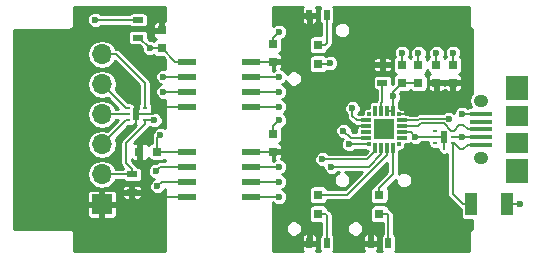
<source format=gbr>
G04 #@! TF.FileFunction,Copper,L1,Top,Signal*
%FSLAX46Y46*%
G04 Gerber Fmt 4.6, Leading zero omitted, Abs format (unit mm)*
G04 Created by KiCad (PCBNEW 4.0.5+dfsg1-4~bpo8+1) date Mon Mar  5 20:33:18 2018*
%MOMM*%
%LPD*%
G01*
G04 APERTURE LIST*
%ADD10C,0.100000*%
%ADD11R,1.550000X0.600000*%
%ADD12R,0.900000X0.500000*%
%ADD13R,0.800000X0.750000*%
%ADD14R,1.700000X1.700000*%
%ADD15O,1.700000X1.700000*%
%ADD16R,0.750000X0.800000*%
%ADD17R,1.000000X1.900000*%
%ADD18R,0.500000X0.900000*%
%ADD19R,0.800000X0.800000*%
%ADD20R,1.950000X0.400000*%
%ADD21O,1.250000X1.050000*%
%ADD22R,1.900000X2.100000*%
%ADD23R,1.900000X1.800000*%
%ADD24R,0.350000X0.350000*%
%ADD25R,0.900000X0.300000*%
%ADD26R,0.300000X0.900000*%
%ADD27R,1.800000X1.800000*%
%ADD28R,0.450000X0.250000*%
%ADD29R,0.700000X0.250000*%
%ADD30R,0.500000X1.000000*%
%ADD31C,0.600000*%
%ADD32C,0.200000*%
%ADD33C,0.254000*%
G04 APERTURE END LIST*
D10*
D11*
X43655000Y-45085000D03*
X43655000Y-46355000D03*
X43655000Y-47625000D03*
X43655000Y-48895000D03*
X49055000Y-48895000D03*
X49055000Y-47625000D03*
X49055000Y-46355000D03*
X49055000Y-45085000D03*
X43655000Y-52705000D03*
X43655000Y-53975000D03*
X43655000Y-55245000D03*
X43655000Y-56515000D03*
X49055000Y-56515000D03*
X49055000Y-55245000D03*
X49055000Y-53975000D03*
X49055000Y-52705000D03*
D12*
X38989000Y-56122000D03*
X38989000Y-54622000D03*
D13*
X39624000Y-52705000D03*
X41124000Y-52705000D03*
D14*
X36449000Y-57150000D03*
D15*
X36449000Y-54610000D03*
X36449000Y-52070000D03*
X36449000Y-49530000D03*
X36449000Y-46990000D03*
X36449000Y-44450000D03*
D16*
X41529000Y-42430000D03*
X41529000Y-43930000D03*
D17*
X67715000Y-57150000D03*
X70715000Y-57150000D03*
D16*
X63246000Y-45351000D03*
X63246000Y-46851000D03*
X61849000Y-45351000D03*
X61849000Y-46851000D03*
X66167000Y-45351000D03*
X66167000Y-46851000D03*
X64770000Y-45351000D03*
X64770000Y-46851000D03*
X50927000Y-43573000D03*
X50927000Y-45073000D03*
X50927000Y-51193000D03*
X50927000Y-52693000D03*
D12*
X39497000Y-41541000D03*
X39497000Y-43041000D03*
D18*
X55487000Y-41148000D03*
X53987000Y-41148000D03*
X60694000Y-60452000D03*
X59194000Y-60452000D03*
X55487000Y-60452000D03*
X53987000Y-60452000D03*
D12*
X60198000Y-45351000D03*
X60198000Y-46851000D03*
D19*
X54737000Y-43650000D03*
X54737000Y-45250000D03*
X59944000Y-57950000D03*
X59944000Y-56350000D03*
X54737000Y-57950000D03*
X54737000Y-56350000D03*
D20*
X68580000Y-52100000D03*
X68580000Y-51450000D03*
X68580000Y-50800000D03*
X68580000Y-50150000D03*
X68580000Y-49500000D03*
D21*
X68555000Y-53225000D03*
X68555000Y-48375000D03*
D22*
X71555000Y-47300000D03*
X71555000Y-54300000D03*
D23*
X71555000Y-51950000D03*
X71555000Y-49650000D03*
D24*
X61575000Y-52050000D03*
D25*
X61875000Y-51550000D03*
X61875000Y-51050000D03*
X61875000Y-50550000D03*
X61875000Y-50050000D03*
D24*
X61575000Y-49550000D03*
D26*
X61075000Y-49250000D03*
X60575000Y-49250000D03*
X60075000Y-49250000D03*
X59575000Y-49250000D03*
D24*
X59075000Y-49550000D03*
D25*
X58775000Y-50050000D03*
X58775000Y-50550000D03*
X58775000Y-51050000D03*
X58775000Y-51550000D03*
D24*
X59075000Y-52050000D03*
D26*
X59575000Y-52350000D03*
X60075000Y-52350000D03*
X60575000Y-52350000D03*
X61075000Y-52350000D03*
D27*
X60325000Y-50800000D03*
D28*
X40095000Y-50030000D03*
D29*
X39970000Y-49530000D03*
D28*
X40095000Y-49030000D03*
X38645000Y-49030000D03*
X38645000Y-49530000D03*
X38645000Y-50030000D03*
D30*
X39370000Y-49530000D03*
D28*
X64680000Y-50935000D03*
D29*
X64805000Y-51435000D03*
D28*
X64680000Y-51935000D03*
X66130000Y-51935000D03*
X66130000Y-51435000D03*
X66130000Y-50935000D03*
D30*
X65405000Y-51435000D03*
D31*
X41402000Y-51308000D03*
X40513000Y-43942000D03*
X51435000Y-56515000D03*
X51435000Y-48895000D03*
X51435000Y-50038000D03*
X51435000Y-42545000D03*
X55753000Y-45212000D03*
X57658000Y-49022000D03*
X60325000Y-50800000D03*
X66167000Y-44323000D03*
X64770000Y-44323000D03*
X63246000Y-44323000D03*
X61849000Y-44323000D03*
X62992000Y-51435000D03*
X66929000Y-49530000D03*
X71882000Y-57150000D03*
X61075000Y-48006000D03*
X41656000Y-47625000D03*
X40894000Y-50038000D03*
X41021000Y-54356000D03*
X35877500Y-41529000D03*
X41148000Y-55626000D03*
X41656000Y-46355000D03*
X51435000Y-55245000D03*
X55118000Y-53340000D03*
X51435000Y-53975000D03*
X55880000Y-53975000D03*
X51435000Y-47625000D03*
X56896000Y-50927000D03*
X51435000Y-46355000D03*
X57373027Y-52090641D03*
X65792116Y-49905155D03*
X66929000Y-51450000D03*
D32*
X42680000Y-56515000D02*
X41656000Y-56515000D01*
X43655000Y-56515000D02*
X42680000Y-56515000D01*
X43655000Y-48895000D02*
X41208198Y-48895000D01*
X41208198Y-48895000D02*
X40573198Y-49530000D01*
X40573198Y-49530000D02*
X40520000Y-49530000D01*
X40520000Y-49530000D02*
X39970000Y-49530000D01*
X39370000Y-49530000D02*
X39970000Y-49530000D01*
X39370000Y-49530000D02*
X39370000Y-50419000D01*
X39370000Y-49530000D02*
X39370000Y-48641000D01*
X41148000Y-51562000D02*
X41402000Y-51308000D01*
X41148000Y-52729000D02*
X41148000Y-51562000D01*
X39497000Y-43041000D02*
X39612000Y-43041000D01*
X39612000Y-43041000D02*
X40513000Y-43942000D01*
X41529000Y-43930000D02*
X40525000Y-43930000D01*
X40525000Y-43930000D02*
X40513000Y-43942000D01*
X43655000Y-45085000D02*
X42659000Y-45085000D01*
X42659000Y-45085000D02*
X41529000Y-43955000D01*
X41529000Y-43955000D02*
X41529000Y-43930000D01*
X41275000Y-52693000D02*
X43643000Y-52693000D01*
X43643000Y-52693000D02*
X43655000Y-52705000D01*
X36449000Y-52070000D02*
X38489000Y-50030000D01*
X38489000Y-50030000D02*
X38645000Y-50030000D01*
X65405000Y-52135000D02*
X65405000Y-52514500D01*
X65405000Y-51435000D02*
X65405000Y-52135000D01*
X49055000Y-56515000D02*
X51435000Y-56515000D01*
X49055000Y-48895000D02*
X51435000Y-48895000D01*
X50927000Y-51193000D02*
X50927000Y-50546000D01*
X50927000Y-50546000D02*
X51435000Y-50038000D01*
X50927000Y-43573000D02*
X50927000Y-43053000D01*
X50927000Y-43053000D02*
X51435000Y-42545000D01*
X64805000Y-51435000D02*
X65405000Y-51435000D01*
X64805000Y-51435000D02*
X62992000Y-51435000D01*
X54737000Y-45250000D02*
X55715000Y-45250000D01*
X55715000Y-45250000D02*
X55753000Y-45212000D01*
X57658000Y-49657000D02*
X57658000Y-49022000D01*
X58775000Y-50050000D02*
X58051000Y-50050000D01*
X58051000Y-50050000D02*
X57658000Y-49657000D01*
X66167000Y-45351000D02*
X66167000Y-44323000D01*
X64770000Y-45351000D02*
X64770000Y-44323000D01*
X63246000Y-45351000D02*
X63246000Y-44323000D01*
X61849000Y-45351000D02*
X61849000Y-44323000D01*
X61875000Y-51050000D02*
X62605869Y-51050000D01*
X62605869Y-51050000D02*
X62990869Y-51435000D01*
X62990869Y-51435000D02*
X62992000Y-51435000D01*
X68580000Y-49500000D02*
X66959000Y-49500000D01*
X66959000Y-49500000D02*
X66929000Y-49530000D01*
X71882000Y-57150000D02*
X70715000Y-57150000D01*
X61075000Y-48006000D02*
X61075000Y-47625000D01*
X61075000Y-47625000D02*
X61849000Y-46851000D01*
X61075000Y-49250000D02*
X61075000Y-48006000D01*
X63234000Y-46863000D02*
X63246000Y-46851000D01*
X61849000Y-46851000D02*
X63246000Y-46851000D01*
X60575000Y-49250000D02*
X61075000Y-49250000D01*
X49055000Y-52705000D02*
X50915000Y-52705000D01*
X50915000Y-52705000D02*
X50927000Y-52693000D01*
X49055000Y-45085000D02*
X50915000Y-45085000D01*
X50915000Y-45085000D02*
X50927000Y-45073000D01*
X57789000Y-50550000D02*
X57404000Y-50165000D01*
X58775000Y-50550000D02*
X57789000Y-50550000D01*
X61575000Y-49550000D02*
X63226000Y-49550000D01*
X63226000Y-49550000D02*
X64770000Y-48006000D01*
X64770000Y-46851000D02*
X64770000Y-48006000D01*
X64770000Y-46851000D02*
X66167000Y-46851000D01*
X55487000Y-41148000D02*
X55487000Y-43500000D01*
X55487000Y-43500000D02*
X55337000Y-43650000D01*
X55337000Y-43650000D02*
X54737000Y-43650000D01*
X60694000Y-60452000D02*
X60694000Y-58100000D01*
X60694000Y-58100000D02*
X60544000Y-57950000D01*
X60544000Y-57950000D02*
X59944000Y-57950000D01*
X59944000Y-56350000D02*
X59944000Y-55750000D01*
X59944000Y-55750000D02*
X61075000Y-54619000D01*
X61075000Y-54619000D02*
X61075000Y-53000000D01*
X61075000Y-53000000D02*
X61075000Y-52350000D01*
X55487000Y-60452000D02*
X55487000Y-58100000D01*
X55487000Y-58100000D02*
X55337000Y-57950000D01*
X55337000Y-57950000D02*
X54737000Y-57950000D01*
X60575000Y-52350000D02*
X60575000Y-53000000D01*
X60575000Y-53000000D02*
X57225000Y-56350000D01*
X57225000Y-56350000D02*
X55337000Y-56350000D01*
X55337000Y-56350000D02*
X54737000Y-56350000D01*
X38481000Y-51943000D02*
X38507000Y-51943000D01*
X38507000Y-51943000D02*
X40095000Y-50355000D01*
X40095000Y-50355000D02*
X40095000Y-50030000D01*
X38481000Y-53664000D02*
X38481000Y-51943000D01*
X38989000Y-54622000D02*
X38989000Y-54172000D01*
X38989000Y-54172000D02*
X38481000Y-53664000D01*
X38989000Y-54622000D02*
X36461000Y-54622000D01*
X36461000Y-54622000D02*
X36449000Y-54610000D01*
X42164000Y-47625000D02*
X41656000Y-47625000D01*
X42164000Y-47625000D02*
X43655000Y-47625000D01*
X40095000Y-50030000D02*
X40886000Y-50030000D01*
X40886000Y-50030000D02*
X40894000Y-50038000D01*
X42164000Y-53975000D02*
X41402000Y-53975000D01*
X41402000Y-53975000D02*
X41021000Y-54356000D01*
X42164000Y-53975000D02*
X43655000Y-53975000D01*
X36449000Y-49530000D02*
X38645000Y-49530000D01*
X39497000Y-41541000D02*
X35889500Y-41541000D01*
X35889500Y-41541000D02*
X35877500Y-41529000D01*
X42164000Y-55245000D02*
X41529000Y-55245000D01*
X41529000Y-55245000D02*
X41148000Y-55626000D01*
X42164000Y-55245000D02*
X43655000Y-55245000D01*
X38645000Y-49030000D02*
X38489000Y-49030000D01*
X38489000Y-49030000D02*
X37298999Y-47839999D01*
X37298999Y-47839999D02*
X36449000Y-46990000D01*
X42164000Y-46355000D02*
X41656000Y-46355000D01*
X42164000Y-46355000D02*
X43655000Y-46355000D01*
X36449000Y-44450000D02*
X37651081Y-44450000D01*
X37651081Y-44450000D02*
X40095000Y-46893919D01*
X40095000Y-46893919D02*
X40095000Y-48096000D01*
X40095000Y-48096000D02*
X40095000Y-49030000D01*
X36449000Y-44595000D02*
X36449000Y-44450000D01*
X60075000Y-48600000D02*
X60198000Y-48477000D01*
X60198000Y-48477000D02*
X60198000Y-46851000D01*
X60075000Y-49250000D02*
X60075000Y-48600000D01*
X49055000Y-55245000D02*
X51435000Y-55245000D01*
X56007000Y-53340000D02*
X55118000Y-53340000D01*
X58885000Y-53340000D02*
X56007000Y-53340000D01*
X59575000Y-52350000D02*
X59575000Y-52650000D01*
X59575000Y-52650000D02*
X58885000Y-53340000D01*
X49055000Y-53975000D02*
X51435000Y-53975000D01*
X57404000Y-53975000D02*
X55880000Y-53975000D01*
X59018002Y-53975000D02*
X57404000Y-53975000D01*
X60075000Y-52350000D02*
X60075000Y-52918002D01*
X60075000Y-52918002D02*
X59018002Y-53975000D01*
X49055000Y-47625000D02*
X51435000Y-47625000D01*
X58125000Y-51550000D02*
X57519000Y-51550000D01*
X57519000Y-51550000D02*
X56896000Y-50927000D01*
X58775000Y-51550000D02*
X58125000Y-51550000D01*
X49055000Y-46355000D02*
X51435000Y-46355000D01*
X59075000Y-52050000D02*
X57373027Y-52090641D01*
X57384000Y-52050000D02*
X57384000Y-52079668D01*
X57384000Y-52079668D02*
X57373027Y-52090641D01*
X67056000Y-52449000D02*
X66744000Y-52449000D01*
X66744000Y-52449000D02*
X66230000Y-51935000D01*
X67405000Y-52100000D02*
X67056000Y-52449000D01*
X68580000Y-52100000D02*
X67405000Y-52100000D01*
X66230000Y-51935000D02*
X66130000Y-51935000D01*
X66130000Y-51935000D02*
X66130000Y-56265000D01*
X66130000Y-56265000D02*
X67015000Y-57150000D01*
X67015000Y-57150000D02*
X67715000Y-57150000D01*
X67545000Y-56980000D02*
X67715000Y-57150000D01*
X68580000Y-52100000D02*
X67805000Y-52100000D01*
X61875000Y-50050000D02*
X63232869Y-50050000D01*
X63232869Y-50050000D02*
X63377714Y-49905155D01*
X63377714Y-49905155D02*
X65792116Y-49905155D01*
X61887000Y-50038000D02*
X61875000Y-50050000D01*
X66929000Y-51450000D02*
X66145000Y-51450000D01*
X68580000Y-51450000D02*
X66929000Y-51450000D01*
X66145000Y-51450000D02*
X66130000Y-51435000D01*
X61875000Y-50550000D02*
X63242000Y-50550000D01*
X63242000Y-50550000D02*
X63500000Y-50292000D01*
X63500000Y-50292000D02*
X65387000Y-50292000D01*
X65387000Y-50292000D02*
X66030000Y-50935000D01*
X66030000Y-50935000D02*
X66130000Y-50935000D01*
X66929000Y-50451000D02*
X66707000Y-50451000D01*
X67056000Y-50451000D02*
X66929000Y-50451000D01*
X67405000Y-50800000D02*
X67056000Y-50451000D01*
X66707000Y-50458000D02*
X66230000Y-50935000D01*
X66707000Y-50451000D02*
X66707000Y-50458000D01*
X68580000Y-50800000D02*
X67405000Y-50800000D01*
X61879000Y-50546000D02*
X61875000Y-50550000D01*
X66230000Y-50935000D02*
X66130000Y-50935000D01*
D33*
G36*
X53414004Y-40482181D02*
X53356000Y-40622215D01*
X53356000Y-40925750D01*
X53451250Y-41021000D01*
X53862000Y-41021000D01*
X53862000Y-41001000D01*
X54112000Y-41001000D01*
X54112000Y-41021000D01*
X54522750Y-41021000D01*
X54618000Y-40925750D01*
X54618000Y-40622215D01*
X54559996Y-40482181D01*
X54538815Y-40461000D01*
X54937811Y-40461000D01*
X54879141Y-40546866D01*
X54848536Y-40698000D01*
X54848536Y-41598000D01*
X54875103Y-41739190D01*
X54958546Y-41868865D01*
X55006000Y-41901289D01*
X55006000Y-42861536D01*
X54337000Y-42861536D01*
X54195810Y-42888103D01*
X54066135Y-42971546D01*
X53979141Y-43098866D01*
X53948536Y-43250000D01*
X53948536Y-44050000D01*
X53975103Y-44191190D01*
X54058546Y-44320865D01*
X54185866Y-44407859D01*
X54337000Y-44438464D01*
X55137000Y-44438464D01*
X55278190Y-44411897D01*
X55407865Y-44328454D01*
X55494859Y-44201134D01*
X55516283Y-44095338D01*
X55521071Y-44094386D01*
X55677118Y-43990118D01*
X55827118Y-43840118D01*
X55931386Y-43684071D01*
X55953479Y-43573000D01*
X55968000Y-43500000D01*
X55968000Y-42535855D01*
X56100881Y-42535855D01*
X56205098Y-42788080D01*
X56397905Y-42981224D01*
X56649947Y-43085881D01*
X56922855Y-43086119D01*
X57175080Y-42981902D01*
X57368224Y-42789095D01*
X57472881Y-42537053D01*
X57473119Y-42264145D01*
X57368902Y-42011920D01*
X57176095Y-41818776D01*
X56924053Y-41714119D01*
X56651145Y-41713881D01*
X56398920Y-41818098D01*
X56205776Y-42010905D01*
X56101119Y-42262947D01*
X56100881Y-42535855D01*
X55968000Y-42535855D01*
X55968000Y-41902106D01*
X56007865Y-41876454D01*
X56094859Y-41749134D01*
X56125464Y-41598000D01*
X56125464Y-40698000D01*
X56098897Y-40556810D01*
X56037245Y-40461000D01*
X67489000Y-40461000D01*
X67489000Y-41910000D01*
X67523711Y-42084504D01*
X67622559Y-42232441D01*
X67770496Y-42331289D01*
X67818000Y-42340738D01*
X67818000Y-47718760D01*
X67794652Y-47734361D01*
X67598256Y-48028289D01*
X67529291Y-48375000D01*
X67598256Y-48721711D01*
X67725093Y-48911536D01*
X67605000Y-48911536D01*
X67463810Y-48938103D01*
X67364298Y-49002137D01*
X67315259Y-48953013D01*
X67065054Y-48849118D01*
X66794135Y-48848882D01*
X66543748Y-48952339D01*
X66352013Y-49143741D01*
X66248118Y-49393946D01*
X66248114Y-49398029D01*
X66178375Y-49328168D01*
X65928170Y-49224273D01*
X65657251Y-49224037D01*
X65406864Y-49327494D01*
X65310035Y-49424155D01*
X63377714Y-49424155D01*
X63193643Y-49460769D01*
X63134930Y-49500000D01*
X63037596Y-49565036D01*
X63033632Y-49569000D01*
X62515443Y-49569000D01*
X62476134Y-49542141D01*
X62325000Y-49511536D01*
X62131000Y-49511536D01*
X62131000Y-49422998D01*
X62075252Y-49422998D01*
X62131000Y-49367250D01*
X62131000Y-49299215D01*
X62072996Y-49159181D01*
X61965820Y-49052004D01*
X61825786Y-48994000D01*
X61757750Y-48994000D01*
X61702002Y-49049748D01*
X61702002Y-48994000D01*
X61613464Y-48994000D01*
X61613464Y-48800000D01*
X61586897Y-48658810D01*
X61556000Y-48610794D01*
X61556000Y-48488079D01*
X61651987Y-48392259D01*
X61755882Y-48142054D01*
X61756118Y-47871135D01*
X61683895Y-47696341D01*
X61740772Y-47639464D01*
X62224000Y-47639464D01*
X62365190Y-47612897D01*
X62494865Y-47529454D01*
X62547685Y-47452149D01*
X62592546Y-47521865D01*
X62719866Y-47608859D01*
X62871000Y-47639464D01*
X63621000Y-47639464D01*
X63762190Y-47612897D01*
X63891865Y-47529454D01*
X63978859Y-47402134D01*
X64009464Y-47251000D01*
X64009464Y-47073250D01*
X64014000Y-47073250D01*
X64014000Y-47326786D01*
X64072004Y-47466820D01*
X64179181Y-47573996D01*
X64319215Y-47632000D01*
X64547750Y-47632000D01*
X64643000Y-47536750D01*
X64643000Y-46978000D01*
X64897000Y-46978000D01*
X64897000Y-47536750D01*
X64992250Y-47632000D01*
X65220785Y-47632000D01*
X65360819Y-47573996D01*
X65467996Y-47466820D01*
X65468500Y-47465603D01*
X65469004Y-47466820D01*
X65576181Y-47573996D01*
X65716215Y-47632000D01*
X65944750Y-47632000D01*
X66040000Y-47536750D01*
X66040000Y-46978000D01*
X66294000Y-46978000D01*
X66294000Y-47536750D01*
X66389250Y-47632000D01*
X66617785Y-47632000D01*
X66757819Y-47573996D01*
X66864996Y-47466820D01*
X66923000Y-47326786D01*
X66923000Y-47073250D01*
X66827750Y-46978000D01*
X66294000Y-46978000D01*
X66040000Y-46978000D01*
X65506250Y-46978000D01*
X65468500Y-47015750D01*
X65430750Y-46978000D01*
X64897000Y-46978000D01*
X64643000Y-46978000D01*
X64109250Y-46978000D01*
X64014000Y-47073250D01*
X64009464Y-47073250D01*
X64009464Y-46451000D01*
X63982897Y-46309810D01*
X63899454Y-46180135D01*
X63782202Y-46100020D01*
X63891865Y-46029454D01*
X63978859Y-45902134D01*
X64007946Y-45758495D01*
X64033103Y-45892190D01*
X64116546Y-46021865D01*
X64236897Y-46104097D01*
X64179181Y-46128004D01*
X64072004Y-46235180D01*
X64014000Y-46375214D01*
X64014000Y-46628750D01*
X64109250Y-46724000D01*
X64643000Y-46724000D01*
X64643000Y-46704000D01*
X64897000Y-46704000D01*
X64897000Y-46724000D01*
X65430750Y-46724000D01*
X65468500Y-46686250D01*
X65506250Y-46724000D01*
X66040000Y-46724000D01*
X66040000Y-46704000D01*
X66294000Y-46704000D01*
X66294000Y-46724000D01*
X66827750Y-46724000D01*
X66923000Y-46628750D01*
X66923000Y-46375214D01*
X66864996Y-46235180D01*
X66757819Y-46128004D01*
X66698133Y-46103281D01*
X66812865Y-46029454D01*
X66899859Y-45902134D01*
X66930464Y-45751000D01*
X66930464Y-44951000D01*
X66903897Y-44809810D01*
X66820454Y-44680135D01*
X66770308Y-44645872D01*
X66847882Y-44459054D01*
X66848118Y-44188135D01*
X66744661Y-43937748D01*
X66553259Y-43746013D01*
X66303054Y-43642118D01*
X66032135Y-43641882D01*
X65781748Y-43745339D01*
X65590013Y-43936741D01*
X65486118Y-44186946D01*
X65485882Y-44457865D01*
X65563359Y-44645376D01*
X65521135Y-44672546D01*
X65468315Y-44749851D01*
X65423454Y-44680135D01*
X65373308Y-44645872D01*
X65450882Y-44459054D01*
X65451118Y-44188135D01*
X65347661Y-43937748D01*
X65156259Y-43746013D01*
X64906054Y-43642118D01*
X64635135Y-43641882D01*
X64384748Y-43745339D01*
X64193013Y-43936741D01*
X64089118Y-44186946D01*
X64088882Y-44457865D01*
X64166359Y-44645376D01*
X64124135Y-44672546D01*
X64037141Y-44799866D01*
X64008054Y-44943505D01*
X63982897Y-44809810D01*
X63899454Y-44680135D01*
X63849308Y-44645872D01*
X63926882Y-44459054D01*
X63927118Y-44188135D01*
X63823661Y-43937748D01*
X63632259Y-43746013D01*
X63382054Y-43642118D01*
X63111135Y-43641882D01*
X62860748Y-43745339D01*
X62669013Y-43936741D01*
X62565118Y-44186946D01*
X62564882Y-44457865D01*
X62642359Y-44645376D01*
X62600135Y-44672546D01*
X62547315Y-44749851D01*
X62502454Y-44680135D01*
X62452308Y-44645872D01*
X62529882Y-44459054D01*
X62530118Y-44188135D01*
X62426661Y-43937748D01*
X62235259Y-43746013D01*
X61985054Y-43642118D01*
X61714135Y-43641882D01*
X61463748Y-43745339D01*
X61272013Y-43936741D01*
X61168118Y-44186946D01*
X61167882Y-44457865D01*
X61245359Y-44645376D01*
X61203135Y-44672546D01*
X61116141Y-44799866D01*
X61085536Y-44951000D01*
X61085536Y-45751000D01*
X61112103Y-45892190D01*
X61195546Y-46021865D01*
X61312798Y-46101980D01*
X61203135Y-46172546D01*
X61116141Y-46299866D01*
X61085536Y-46451000D01*
X61085536Y-46934228D01*
X61036464Y-46983300D01*
X61036464Y-46601000D01*
X61009897Y-46459810D01*
X60926454Y-46330135D01*
X60799134Y-46243141D01*
X60648000Y-46212536D01*
X59748000Y-46212536D01*
X59606810Y-46239103D01*
X59477135Y-46322546D01*
X59390141Y-46449866D01*
X59359536Y-46601000D01*
X59359536Y-47101000D01*
X59386103Y-47242190D01*
X59469546Y-47371865D01*
X59596866Y-47458859D01*
X59717000Y-47483186D01*
X59717000Y-48286644D01*
X59633549Y-48411536D01*
X59425000Y-48411536D01*
X59283810Y-48438103D01*
X59154135Y-48521546D01*
X59067141Y-48648866D01*
X59036536Y-48800000D01*
X59036536Y-48986536D01*
X58900000Y-48986536D01*
X58758810Y-49013103D01*
X58629135Y-49096546D01*
X58542141Y-49223866D01*
X58511536Y-49375000D01*
X58511536Y-49511536D01*
X58325000Y-49511536D01*
X58213712Y-49532476D01*
X58162178Y-49480942D01*
X58234987Y-49408259D01*
X58338882Y-49158054D01*
X58339118Y-48887135D01*
X58235661Y-48636748D01*
X58044259Y-48445013D01*
X57794054Y-48341118D01*
X57523135Y-48340882D01*
X57272748Y-48444339D01*
X57081013Y-48635741D01*
X56977118Y-48885946D01*
X56976882Y-49156865D01*
X57080339Y-49407252D01*
X57177000Y-49504081D01*
X57177000Y-49657000D01*
X57199535Y-49770290D01*
X57213614Y-49841071D01*
X57317882Y-49997118D01*
X57710882Y-50390118D01*
X57866929Y-50494386D01*
X58051000Y-50531000D01*
X58134557Y-50531000D01*
X58163798Y-50550980D01*
X58054135Y-50621546D01*
X58051775Y-50625000D01*
X58039250Y-50625000D01*
X57944000Y-50720250D01*
X57944000Y-50775785D01*
X57955881Y-50804469D01*
X57936536Y-50900000D01*
X57936536Y-51069000D01*
X57718236Y-51069000D01*
X57577000Y-50927764D01*
X57577118Y-50792135D01*
X57473661Y-50541748D01*
X57282259Y-50350013D01*
X57032054Y-50246118D01*
X56761135Y-50245882D01*
X56510748Y-50349339D01*
X56319013Y-50540741D01*
X56215118Y-50790946D01*
X56214882Y-51061865D01*
X56318339Y-51312252D01*
X56509741Y-51503987D01*
X56759946Y-51607882D01*
X56892592Y-51607998D01*
X56796040Y-51704382D01*
X56692145Y-51954587D01*
X56691909Y-52225506D01*
X56795366Y-52475893D01*
X56986768Y-52667628D01*
X57236973Y-52771523D01*
X57507892Y-52771759D01*
X57758279Y-52668302D01*
X57866782Y-52559988D01*
X58686737Y-52540408D01*
X58748866Y-52582859D01*
X58900000Y-52613464D01*
X58931299Y-52613464D01*
X58685764Y-52859000D01*
X55600079Y-52859000D01*
X55504259Y-52763013D01*
X55254054Y-52659118D01*
X54983135Y-52658882D01*
X54732748Y-52762339D01*
X54541013Y-52953741D01*
X54437118Y-53203946D01*
X54436882Y-53474865D01*
X54540339Y-53725252D01*
X54731741Y-53916987D01*
X54981946Y-54020882D01*
X55198959Y-54021071D01*
X55198882Y-54109865D01*
X55302339Y-54360252D01*
X55493741Y-54551987D01*
X55743946Y-54655882D01*
X56014865Y-54656118D01*
X56265252Y-54552661D01*
X56362081Y-54456000D01*
X56549209Y-54456000D01*
X56398920Y-54518098D01*
X56205776Y-54710905D01*
X56101119Y-54962947D01*
X56100881Y-55235855D01*
X56205098Y-55488080D01*
X56397905Y-55681224D01*
X56649947Y-55785881D01*
X56922855Y-55786119D01*
X57175080Y-55681902D01*
X57368224Y-55489095D01*
X57472881Y-55237053D01*
X57473119Y-54964145D01*
X57368902Y-54711920D01*
X57176095Y-54518776D01*
X57024914Y-54456000D01*
X58438764Y-54456000D01*
X57025764Y-55869000D01*
X55510223Y-55869000D01*
X55498897Y-55808810D01*
X55415454Y-55679135D01*
X55288134Y-55592141D01*
X55137000Y-55561536D01*
X54337000Y-55561536D01*
X54195810Y-55588103D01*
X54066135Y-55671546D01*
X53979141Y-55798866D01*
X53948536Y-55950000D01*
X53948536Y-56750000D01*
X53975103Y-56891190D01*
X54058546Y-57020865D01*
X54185866Y-57107859D01*
X54337000Y-57138464D01*
X55137000Y-57138464D01*
X55278190Y-57111897D01*
X55407865Y-57028454D01*
X55494859Y-56901134D01*
X55509061Y-56831000D01*
X57225000Y-56831000D01*
X57409071Y-56794386D01*
X57565118Y-56690118D01*
X60594000Y-53661237D01*
X60594000Y-54419763D01*
X59603882Y-55409882D01*
X59499614Y-55565929D01*
X59498796Y-55570042D01*
X59402810Y-55588103D01*
X59273135Y-55671546D01*
X59186141Y-55798866D01*
X59155536Y-55950000D01*
X59155536Y-56750000D01*
X59182103Y-56891190D01*
X59265546Y-57020865D01*
X59392866Y-57107859D01*
X59544000Y-57138464D01*
X60344000Y-57138464D01*
X60485190Y-57111897D01*
X60614865Y-57028454D01*
X60701859Y-56901134D01*
X60732464Y-56750000D01*
X60732464Y-55950000D01*
X60705897Y-55808810D01*
X60650898Y-55723338D01*
X61308029Y-55066208D01*
X61307881Y-55235855D01*
X61412098Y-55488080D01*
X61604905Y-55681224D01*
X61856947Y-55785881D01*
X62129855Y-55786119D01*
X62382080Y-55681902D01*
X62575224Y-55489095D01*
X62679881Y-55237053D01*
X62680119Y-54964145D01*
X62575902Y-54711920D01*
X62383095Y-54518776D01*
X62131053Y-54414119D01*
X61858145Y-54413881D01*
X61605920Y-54518098D01*
X61556000Y-54567931D01*
X61556000Y-52990443D01*
X61582859Y-52951134D01*
X61613464Y-52800000D01*
X61613464Y-52613464D01*
X61750000Y-52613464D01*
X61891190Y-52586897D01*
X62020865Y-52503454D01*
X62107859Y-52376134D01*
X62138464Y-52225000D01*
X62138464Y-52088464D01*
X62325000Y-52088464D01*
X62466190Y-52061897D01*
X62581496Y-51987700D01*
X62605741Y-52011987D01*
X62855946Y-52115882D01*
X63126865Y-52116118D01*
X63377252Y-52012661D01*
X63474081Y-51916000D01*
X64066536Y-51916000D01*
X64066536Y-52060000D01*
X64093103Y-52201190D01*
X64176546Y-52330865D01*
X64303866Y-52417859D01*
X64455000Y-52448464D01*
X64905000Y-52448464D01*
X64924000Y-52444889D01*
X64924000Y-52514500D01*
X64960614Y-52698571D01*
X65064882Y-52854618D01*
X65220929Y-52958886D01*
X65405000Y-52995500D01*
X65589071Y-52958886D01*
X65649000Y-52918842D01*
X65649000Y-56265000D01*
X65671902Y-56380135D01*
X65685614Y-56449071D01*
X65789882Y-56605118D01*
X66674882Y-57490118D01*
X66826536Y-57591451D01*
X66826536Y-58100000D01*
X66853103Y-58241190D01*
X66936546Y-58370865D01*
X67063866Y-58457859D01*
X67215000Y-58488464D01*
X67818000Y-58488464D01*
X67818000Y-59259262D01*
X67770496Y-59268711D01*
X67622559Y-59367559D01*
X67523711Y-59515496D01*
X67489000Y-59690000D01*
X67489000Y-61139000D01*
X61243189Y-61139000D01*
X61301859Y-61053134D01*
X61332464Y-60902000D01*
X61332464Y-60002000D01*
X61305897Y-59860810D01*
X61222454Y-59731135D01*
X61175000Y-59698711D01*
X61175000Y-58100000D01*
X61138386Y-57915929D01*
X61034118Y-57759882D01*
X60884118Y-57609882D01*
X60728071Y-57505614D01*
X60723958Y-57504796D01*
X60705897Y-57408810D01*
X60622454Y-57279135D01*
X60495134Y-57192141D01*
X60344000Y-57161536D01*
X59544000Y-57161536D01*
X59402810Y-57188103D01*
X59273135Y-57271546D01*
X59186141Y-57398866D01*
X59155536Y-57550000D01*
X59155536Y-58350000D01*
X59182103Y-58491190D01*
X59265546Y-58620865D01*
X59392866Y-58707859D01*
X59544000Y-58738464D01*
X60213000Y-58738464D01*
X60213000Y-59697894D01*
X60173135Y-59723546D01*
X60086141Y-59850866D01*
X60055536Y-60002000D01*
X60055536Y-60902000D01*
X60082103Y-61043190D01*
X60143755Y-61139000D01*
X59745815Y-61139000D01*
X59766996Y-61117819D01*
X59825000Y-60977785D01*
X59825000Y-60674250D01*
X59729750Y-60579000D01*
X59319000Y-60579000D01*
X59319000Y-60599000D01*
X59069000Y-60599000D01*
X59069000Y-60579000D01*
X58658250Y-60579000D01*
X58563000Y-60674250D01*
X58563000Y-60977785D01*
X58621004Y-61117819D01*
X58642185Y-61139000D01*
X56036189Y-61139000D01*
X56094859Y-61053134D01*
X56125464Y-60902000D01*
X56125464Y-60002000D01*
X56111204Y-59926215D01*
X58563000Y-59926215D01*
X58563000Y-60229750D01*
X58658250Y-60325000D01*
X59069000Y-60325000D01*
X59069000Y-59716250D01*
X59319000Y-59716250D01*
X59319000Y-60325000D01*
X59729750Y-60325000D01*
X59825000Y-60229750D01*
X59825000Y-59926215D01*
X59766996Y-59786181D01*
X59659820Y-59679004D01*
X59519786Y-59621000D01*
X59414250Y-59621000D01*
X59319000Y-59716250D01*
X59069000Y-59716250D01*
X58973750Y-59621000D01*
X58868214Y-59621000D01*
X58728180Y-59679004D01*
X58621004Y-59786181D01*
X58563000Y-59926215D01*
X56111204Y-59926215D01*
X56098897Y-59860810D01*
X56015454Y-59731135D01*
X55968000Y-59698711D01*
X55968000Y-59335855D01*
X57207881Y-59335855D01*
X57312098Y-59588080D01*
X57504905Y-59781224D01*
X57756947Y-59885881D01*
X58029855Y-59886119D01*
X58282080Y-59781902D01*
X58475224Y-59589095D01*
X58579881Y-59337053D01*
X58580119Y-59064145D01*
X58475902Y-58811920D01*
X58283095Y-58618776D01*
X58031053Y-58514119D01*
X57758145Y-58513881D01*
X57505920Y-58618098D01*
X57312776Y-58810905D01*
X57208119Y-59062947D01*
X57207881Y-59335855D01*
X55968000Y-59335855D01*
X55968000Y-58100000D01*
X55931386Y-57915929D01*
X55827118Y-57759882D01*
X55677118Y-57609882D01*
X55521071Y-57505614D01*
X55516958Y-57504796D01*
X55498897Y-57408810D01*
X55415454Y-57279135D01*
X55288134Y-57192141D01*
X55137000Y-57161536D01*
X54337000Y-57161536D01*
X54195810Y-57188103D01*
X54066135Y-57271546D01*
X53979141Y-57398866D01*
X53948536Y-57550000D01*
X53948536Y-58350000D01*
X53975103Y-58491190D01*
X54058546Y-58620865D01*
X54185866Y-58707859D01*
X54337000Y-58738464D01*
X55006000Y-58738464D01*
X55006000Y-59697894D01*
X54966135Y-59723546D01*
X54879141Y-59850866D01*
X54848536Y-60002000D01*
X54848536Y-60902000D01*
X54875103Y-61043190D01*
X54936755Y-61139000D01*
X54538815Y-61139000D01*
X54559996Y-61117819D01*
X54618000Y-60977785D01*
X54618000Y-60674250D01*
X54522750Y-60579000D01*
X54112000Y-60579000D01*
X54112000Y-60599000D01*
X53862000Y-60599000D01*
X53862000Y-60579000D01*
X53451250Y-60579000D01*
X53356000Y-60674250D01*
X53356000Y-60977785D01*
X53414004Y-61117819D01*
X53435185Y-61139000D01*
X50927000Y-61139000D01*
X50927000Y-59926215D01*
X53356000Y-59926215D01*
X53356000Y-60229750D01*
X53451250Y-60325000D01*
X53862000Y-60325000D01*
X53862000Y-59716250D01*
X54112000Y-59716250D01*
X54112000Y-60325000D01*
X54522750Y-60325000D01*
X54618000Y-60229750D01*
X54618000Y-59926215D01*
X54559996Y-59786181D01*
X54452820Y-59679004D01*
X54312786Y-59621000D01*
X54207250Y-59621000D01*
X54112000Y-59716250D01*
X53862000Y-59716250D01*
X53766750Y-59621000D01*
X53661214Y-59621000D01*
X53521180Y-59679004D01*
X53414004Y-59786181D01*
X53356000Y-59926215D01*
X50927000Y-59926215D01*
X50927000Y-59335855D01*
X52000881Y-59335855D01*
X52105098Y-59588080D01*
X52297905Y-59781224D01*
X52549947Y-59885881D01*
X52822855Y-59886119D01*
X53075080Y-59781902D01*
X53268224Y-59589095D01*
X53372881Y-59337053D01*
X53373119Y-59064145D01*
X53268902Y-58811920D01*
X53076095Y-58618776D01*
X52824053Y-58514119D01*
X52551145Y-58513881D01*
X52298920Y-58618098D01*
X52105776Y-58810905D01*
X52001119Y-59062947D01*
X52000881Y-59335855D01*
X50927000Y-59335855D01*
X50927000Y-56996000D01*
X50952921Y-56996000D01*
X51048741Y-57091987D01*
X51298946Y-57195882D01*
X51569865Y-57196118D01*
X51820252Y-57092661D01*
X52011987Y-56901259D01*
X52115882Y-56651054D01*
X52116118Y-56380135D01*
X52012661Y-56129748D01*
X51821259Y-55938013D01*
X51681515Y-55879986D01*
X51820252Y-55822661D01*
X52011987Y-55631259D01*
X52115882Y-55381054D01*
X52116118Y-55110135D01*
X52012661Y-54859748D01*
X51821259Y-54668013D01*
X51681515Y-54609986D01*
X51820252Y-54552661D01*
X52011987Y-54361259D01*
X52115882Y-54111054D01*
X52116118Y-53840135D01*
X52012661Y-53589748D01*
X51821259Y-53398013D01*
X51619557Y-53314259D01*
X51624996Y-53308820D01*
X51683000Y-53168786D01*
X51683000Y-52915250D01*
X51587750Y-52820000D01*
X51054000Y-52820000D01*
X51054000Y-53378750D01*
X51065911Y-53390661D01*
X51049748Y-53397339D01*
X50952919Y-53494000D01*
X50927000Y-53494000D01*
X50927000Y-52546000D01*
X51054000Y-52546000D01*
X51054000Y-52566000D01*
X51587750Y-52566000D01*
X51683000Y-52470750D01*
X51683000Y-52217214D01*
X51624996Y-52077180D01*
X51517819Y-51970004D01*
X51458133Y-51945281D01*
X51572865Y-51871454D01*
X51659859Y-51744134D01*
X51690464Y-51593000D01*
X51690464Y-50793000D01*
X51668865Y-50678212D01*
X51820252Y-50615661D01*
X52011987Y-50424259D01*
X52115882Y-50174054D01*
X52116118Y-49903135D01*
X52012661Y-49652748D01*
X51826580Y-49466344D01*
X52011987Y-49281259D01*
X52115882Y-49031054D01*
X52116118Y-48760135D01*
X52012661Y-48509748D01*
X51821259Y-48318013D01*
X51681515Y-48259986D01*
X51820252Y-48202661D01*
X52011987Y-48011259D01*
X52115882Y-47761054D01*
X52116118Y-47490135D01*
X52012661Y-47239748D01*
X51821259Y-47048013D01*
X51681515Y-46989986D01*
X51820252Y-46932661D01*
X52011987Y-46741259D01*
X52028250Y-46702093D01*
X52105098Y-46888080D01*
X52297905Y-47081224D01*
X52549947Y-47185881D01*
X52822855Y-47186119D01*
X53075080Y-47081902D01*
X53268224Y-46889095D01*
X53372881Y-46637053D01*
X53373119Y-46364145D01*
X53268902Y-46111920D01*
X53076095Y-45918776D01*
X52824053Y-45814119D01*
X52551145Y-45813881D01*
X52298920Y-45918098D01*
X52105776Y-46110905D01*
X52088338Y-46152901D01*
X52012661Y-45969748D01*
X51821259Y-45778013D01*
X51619557Y-45694259D01*
X51624996Y-45688820D01*
X51683000Y-45548786D01*
X51683000Y-45295250D01*
X51587750Y-45200000D01*
X51054000Y-45200000D01*
X51054000Y-45758750D01*
X51065911Y-45770661D01*
X51049748Y-45777339D01*
X50952919Y-45874000D01*
X50927000Y-45874000D01*
X50927000Y-44926000D01*
X51054000Y-44926000D01*
X51054000Y-44946000D01*
X51587750Y-44946000D01*
X51683000Y-44850750D01*
X51683000Y-44850000D01*
X53948536Y-44850000D01*
X53948536Y-45650000D01*
X53975103Y-45791190D01*
X54058546Y-45920865D01*
X54185866Y-46007859D01*
X54337000Y-46038464D01*
X55137000Y-46038464D01*
X55278190Y-46011897D01*
X55407865Y-45928454D01*
X55473008Y-45833113D01*
X55616946Y-45892882D01*
X55887865Y-45893118D01*
X56138252Y-45789661D01*
X56329987Y-45598259D01*
X56341202Y-45571250D01*
X59367000Y-45571250D01*
X59367000Y-45676786D01*
X59425004Y-45816820D01*
X59532181Y-45923996D01*
X59672215Y-45982000D01*
X59975750Y-45982000D01*
X60071000Y-45886750D01*
X60071000Y-45476000D01*
X60325000Y-45476000D01*
X60325000Y-45886750D01*
X60420250Y-45982000D01*
X60723785Y-45982000D01*
X60863819Y-45923996D01*
X60970996Y-45816820D01*
X61029000Y-45676786D01*
X61029000Y-45571250D01*
X60933750Y-45476000D01*
X60325000Y-45476000D01*
X60071000Y-45476000D01*
X59462250Y-45476000D01*
X59367000Y-45571250D01*
X56341202Y-45571250D01*
X56433882Y-45348054D01*
X56434118Y-45077135D01*
X56412665Y-45025214D01*
X59367000Y-45025214D01*
X59367000Y-45130750D01*
X59462250Y-45226000D01*
X60071000Y-45226000D01*
X60071000Y-44815250D01*
X60325000Y-44815250D01*
X60325000Y-45226000D01*
X60933750Y-45226000D01*
X61029000Y-45130750D01*
X61029000Y-45025214D01*
X60970996Y-44885180D01*
X60863819Y-44778004D01*
X60723785Y-44720000D01*
X60420250Y-44720000D01*
X60325000Y-44815250D01*
X60071000Y-44815250D01*
X59975750Y-44720000D01*
X59672215Y-44720000D01*
X59532181Y-44778004D01*
X59425004Y-44885180D01*
X59367000Y-45025214D01*
X56412665Y-45025214D01*
X56330661Y-44826748D01*
X56139259Y-44635013D01*
X55889054Y-44531118D01*
X55618135Y-44530882D01*
X55433496Y-44607173D01*
X55415454Y-44579135D01*
X55288134Y-44492141D01*
X55137000Y-44461536D01*
X54337000Y-44461536D01*
X54195810Y-44488103D01*
X54066135Y-44571546D01*
X53979141Y-44698866D01*
X53948536Y-44850000D01*
X51683000Y-44850000D01*
X51683000Y-44597214D01*
X51624996Y-44457180D01*
X51517819Y-44350004D01*
X51458133Y-44325281D01*
X51572865Y-44251454D01*
X51659859Y-44124134D01*
X51690464Y-43973000D01*
X51690464Y-43176288D01*
X51820252Y-43122661D01*
X52011987Y-42931259D01*
X52115882Y-42681054D01*
X52116118Y-42410135D01*
X52012661Y-42159748D01*
X51821259Y-41968013D01*
X51571054Y-41864118D01*
X51300135Y-41863882D01*
X51049748Y-41967339D01*
X50927000Y-42089874D01*
X50927000Y-41370250D01*
X53356000Y-41370250D01*
X53356000Y-41673785D01*
X53414004Y-41813819D01*
X53521180Y-41920996D01*
X53661214Y-41979000D01*
X53766750Y-41979000D01*
X53862000Y-41883750D01*
X53862000Y-41275000D01*
X54112000Y-41275000D01*
X54112000Y-41883750D01*
X54207250Y-41979000D01*
X54312786Y-41979000D01*
X54452820Y-41920996D01*
X54559996Y-41813819D01*
X54618000Y-41673785D01*
X54618000Y-41370250D01*
X54522750Y-41275000D01*
X54112000Y-41275000D01*
X53862000Y-41275000D01*
X53451250Y-41275000D01*
X53356000Y-41370250D01*
X50927000Y-41370250D01*
X50927000Y-40461000D01*
X53435185Y-40461000D01*
X53414004Y-40482181D01*
X53414004Y-40482181D01*
G37*
X53414004Y-40482181D02*
X53356000Y-40622215D01*
X53356000Y-40925750D01*
X53451250Y-41021000D01*
X53862000Y-41021000D01*
X53862000Y-41001000D01*
X54112000Y-41001000D01*
X54112000Y-41021000D01*
X54522750Y-41021000D01*
X54618000Y-40925750D01*
X54618000Y-40622215D01*
X54559996Y-40482181D01*
X54538815Y-40461000D01*
X54937811Y-40461000D01*
X54879141Y-40546866D01*
X54848536Y-40698000D01*
X54848536Y-41598000D01*
X54875103Y-41739190D01*
X54958546Y-41868865D01*
X55006000Y-41901289D01*
X55006000Y-42861536D01*
X54337000Y-42861536D01*
X54195810Y-42888103D01*
X54066135Y-42971546D01*
X53979141Y-43098866D01*
X53948536Y-43250000D01*
X53948536Y-44050000D01*
X53975103Y-44191190D01*
X54058546Y-44320865D01*
X54185866Y-44407859D01*
X54337000Y-44438464D01*
X55137000Y-44438464D01*
X55278190Y-44411897D01*
X55407865Y-44328454D01*
X55494859Y-44201134D01*
X55516283Y-44095338D01*
X55521071Y-44094386D01*
X55677118Y-43990118D01*
X55827118Y-43840118D01*
X55931386Y-43684071D01*
X55953479Y-43573000D01*
X55968000Y-43500000D01*
X55968000Y-42535855D01*
X56100881Y-42535855D01*
X56205098Y-42788080D01*
X56397905Y-42981224D01*
X56649947Y-43085881D01*
X56922855Y-43086119D01*
X57175080Y-42981902D01*
X57368224Y-42789095D01*
X57472881Y-42537053D01*
X57473119Y-42264145D01*
X57368902Y-42011920D01*
X57176095Y-41818776D01*
X56924053Y-41714119D01*
X56651145Y-41713881D01*
X56398920Y-41818098D01*
X56205776Y-42010905D01*
X56101119Y-42262947D01*
X56100881Y-42535855D01*
X55968000Y-42535855D01*
X55968000Y-41902106D01*
X56007865Y-41876454D01*
X56094859Y-41749134D01*
X56125464Y-41598000D01*
X56125464Y-40698000D01*
X56098897Y-40556810D01*
X56037245Y-40461000D01*
X67489000Y-40461000D01*
X67489000Y-41910000D01*
X67523711Y-42084504D01*
X67622559Y-42232441D01*
X67770496Y-42331289D01*
X67818000Y-42340738D01*
X67818000Y-47718760D01*
X67794652Y-47734361D01*
X67598256Y-48028289D01*
X67529291Y-48375000D01*
X67598256Y-48721711D01*
X67725093Y-48911536D01*
X67605000Y-48911536D01*
X67463810Y-48938103D01*
X67364298Y-49002137D01*
X67315259Y-48953013D01*
X67065054Y-48849118D01*
X66794135Y-48848882D01*
X66543748Y-48952339D01*
X66352013Y-49143741D01*
X66248118Y-49393946D01*
X66248114Y-49398029D01*
X66178375Y-49328168D01*
X65928170Y-49224273D01*
X65657251Y-49224037D01*
X65406864Y-49327494D01*
X65310035Y-49424155D01*
X63377714Y-49424155D01*
X63193643Y-49460769D01*
X63134930Y-49500000D01*
X63037596Y-49565036D01*
X63033632Y-49569000D01*
X62515443Y-49569000D01*
X62476134Y-49542141D01*
X62325000Y-49511536D01*
X62131000Y-49511536D01*
X62131000Y-49422998D01*
X62075252Y-49422998D01*
X62131000Y-49367250D01*
X62131000Y-49299215D01*
X62072996Y-49159181D01*
X61965820Y-49052004D01*
X61825786Y-48994000D01*
X61757750Y-48994000D01*
X61702002Y-49049748D01*
X61702002Y-48994000D01*
X61613464Y-48994000D01*
X61613464Y-48800000D01*
X61586897Y-48658810D01*
X61556000Y-48610794D01*
X61556000Y-48488079D01*
X61651987Y-48392259D01*
X61755882Y-48142054D01*
X61756118Y-47871135D01*
X61683895Y-47696341D01*
X61740772Y-47639464D01*
X62224000Y-47639464D01*
X62365190Y-47612897D01*
X62494865Y-47529454D01*
X62547685Y-47452149D01*
X62592546Y-47521865D01*
X62719866Y-47608859D01*
X62871000Y-47639464D01*
X63621000Y-47639464D01*
X63762190Y-47612897D01*
X63891865Y-47529454D01*
X63978859Y-47402134D01*
X64009464Y-47251000D01*
X64009464Y-47073250D01*
X64014000Y-47073250D01*
X64014000Y-47326786D01*
X64072004Y-47466820D01*
X64179181Y-47573996D01*
X64319215Y-47632000D01*
X64547750Y-47632000D01*
X64643000Y-47536750D01*
X64643000Y-46978000D01*
X64897000Y-46978000D01*
X64897000Y-47536750D01*
X64992250Y-47632000D01*
X65220785Y-47632000D01*
X65360819Y-47573996D01*
X65467996Y-47466820D01*
X65468500Y-47465603D01*
X65469004Y-47466820D01*
X65576181Y-47573996D01*
X65716215Y-47632000D01*
X65944750Y-47632000D01*
X66040000Y-47536750D01*
X66040000Y-46978000D01*
X66294000Y-46978000D01*
X66294000Y-47536750D01*
X66389250Y-47632000D01*
X66617785Y-47632000D01*
X66757819Y-47573996D01*
X66864996Y-47466820D01*
X66923000Y-47326786D01*
X66923000Y-47073250D01*
X66827750Y-46978000D01*
X66294000Y-46978000D01*
X66040000Y-46978000D01*
X65506250Y-46978000D01*
X65468500Y-47015750D01*
X65430750Y-46978000D01*
X64897000Y-46978000D01*
X64643000Y-46978000D01*
X64109250Y-46978000D01*
X64014000Y-47073250D01*
X64009464Y-47073250D01*
X64009464Y-46451000D01*
X63982897Y-46309810D01*
X63899454Y-46180135D01*
X63782202Y-46100020D01*
X63891865Y-46029454D01*
X63978859Y-45902134D01*
X64007946Y-45758495D01*
X64033103Y-45892190D01*
X64116546Y-46021865D01*
X64236897Y-46104097D01*
X64179181Y-46128004D01*
X64072004Y-46235180D01*
X64014000Y-46375214D01*
X64014000Y-46628750D01*
X64109250Y-46724000D01*
X64643000Y-46724000D01*
X64643000Y-46704000D01*
X64897000Y-46704000D01*
X64897000Y-46724000D01*
X65430750Y-46724000D01*
X65468500Y-46686250D01*
X65506250Y-46724000D01*
X66040000Y-46724000D01*
X66040000Y-46704000D01*
X66294000Y-46704000D01*
X66294000Y-46724000D01*
X66827750Y-46724000D01*
X66923000Y-46628750D01*
X66923000Y-46375214D01*
X66864996Y-46235180D01*
X66757819Y-46128004D01*
X66698133Y-46103281D01*
X66812865Y-46029454D01*
X66899859Y-45902134D01*
X66930464Y-45751000D01*
X66930464Y-44951000D01*
X66903897Y-44809810D01*
X66820454Y-44680135D01*
X66770308Y-44645872D01*
X66847882Y-44459054D01*
X66848118Y-44188135D01*
X66744661Y-43937748D01*
X66553259Y-43746013D01*
X66303054Y-43642118D01*
X66032135Y-43641882D01*
X65781748Y-43745339D01*
X65590013Y-43936741D01*
X65486118Y-44186946D01*
X65485882Y-44457865D01*
X65563359Y-44645376D01*
X65521135Y-44672546D01*
X65468315Y-44749851D01*
X65423454Y-44680135D01*
X65373308Y-44645872D01*
X65450882Y-44459054D01*
X65451118Y-44188135D01*
X65347661Y-43937748D01*
X65156259Y-43746013D01*
X64906054Y-43642118D01*
X64635135Y-43641882D01*
X64384748Y-43745339D01*
X64193013Y-43936741D01*
X64089118Y-44186946D01*
X64088882Y-44457865D01*
X64166359Y-44645376D01*
X64124135Y-44672546D01*
X64037141Y-44799866D01*
X64008054Y-44943505D01*
X63982897Y-44809810D01*
X63899454Y-44680135D01*
X63849308Y-44645872D01*
X63926882Y-44459054D01*
X63927118Y-44188135D01*
X63823661Y-43937748D01*
X63632259Y-43746013D01*
X63382054Y-43642118D01*
X63111135Y-43641882D01*
X62860748Y-43745339D01*
X62669013Y-43936741D01*
X62565118Y-44186946D01*
X62564882Y-44457865D01*
X62642359Y-44645376D01*
X62600135Y-44672546D01*
X62547315Y-44749851D01*
X62502454Y-44680135D01*
X62452308Y-44645872D01*
X62529882Y-44459054D01*
X62530118Y-44188135D01*
X62426661Y-43937748D01*
X62235259Y-43746013D01*
X61985054Y-43642118D01*
X61714135Y-43641882D01*
X61463748Y-43745339D01*
X61272013Y-43936741D01*
X61168118Y-44186946D01*
X61167882Y-44457865D01*
X61245359Y-44645376D01*
X61203135Y-44672546D01*
X61116141Y-44799866D01*
X61085536Y-44951000D01*
X61085536Y-45751000D01*
X61112103Y-45892190D01*
X61195546Y-46021865D01*
X61312798Y-46101980D01*
X61203135Y-46172546D01*
X61116141Y-46299866D01*
X61085536Y-46451000D01*
X61085536Y-46934228D01*
X61036464Y-46983300D01*
X61036464Y-46601000D01*
X61009897Y-46459810D01*
X60926454Y-46330135D01*
X60799134Y-46243141D01*
X60648000Y-46212536D01*
X59748000Y-46212536D01*
X59606810Y-46239103D01*
X59477135Y-46322546D01*
X59390141Y-46449866D01*
X59359536Y-46601000D01*
X59359536Y-47101000D01*
X59386103Y-47242190D01*
X59469546Y-47371865D01*
X59596866Y-47458859D01*
X59717000Y-47483186D01*
X59717000Y-48286644D01*
X59633549Y-48411536D01*
X59425000Y-48411536D01*
X59283810Y-48438103D01*
X59154135Y-48521546D01*
X59067141Y-48648866D01*
X59036536Y-48800000D01*
X59036536Y-48986536D01*
X58900000Y-48986536D01*
X58758810Y-49013103D01*
X58629135Y-49096546D01*
X58542141Y-49223866D01*
X58511536Y-49375000D01*
X58511536Y-49511536D01*
X58325000Y-49511536D01*
X58213712Y-49532476D01*
X58162178Y-49480942D01*
X58234987Y-49408259D01*
X58338882Y-49158054D01*
X58339118Y-48887135D01*
X58235661Y-48636748D01*
X58044259Y-48445013D01*
X57794054Y-48341118D01*
X57523135Y-48340882D01*
X57272748Y-48444339D01*
X57081013Y-48635741D01*
X56977118Y-48885946D01*
X56976882Y-49156865D01*
X57080339Y-49407252D01*
X57177000Y-49504081D01*
X57177000Y-49657000D01*
X57199535Y-49770290D01*
X57213614Y-49841071D01*
X57317882Y-49997118D01*
X57710882Y-50390118D01*
X57866929Y-50494386D01*
X58051000Y-50531000D01*
X58134557Y-50531000D01*
X58163798Y-50550980D01*
X58054135Y-50621546D01*
X58051775Y-50625000D01*
X58039250Y-50625000D01*
X57944000Y-50720250D01*
X57944000Y-50775785D01*
X57955881Y-50804469D01*
X57936536Y-50900000D01*
X57936536Y-51069000D01*
X57718236Y-51069000D01*
X57577000Y-50927764D01*
X57577118Y-50792135D01*
X57473661Y-50541748D01*
X57282259Y-50350013D01*
X57032054Y-50246118D01*
X56761135Y-50245882D01*
X56510748Y-50349339D01*
X56319013Y-50540741D01*
X56215118Y-50790946D01*
X56214882Y-51061865D01*
X56318339Y-51312252D01*
X56509741Y-51503987D01*
X56759946Y-51607882D01*
X56892592Y-51607998D01*
X56796040Y-51704382D01*
X56692145Y-51954587D01*
X56691909Y-52225506D01*
X56795366Y-52475893D01*
X56986768Y-52667628D01*
X57236973Y-52771523D01*
X57507892Y-52771759D01*
X57758279Y-52668302D01*
X57866782Y-52559988D01*
X58686737Y-52540408D01*
X58748866Y-52582859D01*
X58900000Y-52613464D01*
X58931299Y-52613464D01*
X58685764Y-52859000D01*
X55600079Y-52859000D01*
X55504259Y-52763013D01*
X55254054Y-52659118D01*
X54983135Y-52658882D01*
X54732748Y-52762339D01*
X54541013Y-52953741D01*
X54437118Y-53203946D01*
X54436882Y-53474865D01*
X54540339Y-53725252D01*
X54731741Y-53916987D01*
X54981946Y-54020882D01*
X55198959Y-54021071D01*
X55198882Y-54109865D01*
X55302339Y-54360252D01*
X55493741Y-54551987D01*
X55743946Y-54655882D01*
X56014865Y-54656118D01*
X56265252Y-54552661D01*
X56362081Y-54456000D01*
X56549209Y-54456000D01*
X56398920Y-54518098D01*
X56205776Y-54710905D01*
X56101119Y-54962947D01*
X56100881Y-55235855D01*
X56205098Y-55488080D01*
X56397905Y-55681224D01*
X56649947Y-55785881D01*
X56922855Y-55786119D01*
X57175080Y-55681902D01*
X57368224Y-55489095D01*
X57472881Y-55237053D01*
X57473119Y-54964145D01*
X57368902Y-54711920D01*
X57176095Y-54518776D01*
X57024914Y-54456000D01*
X58438764Y-54456000D01*
X57025764Y-55869000D01*
X55510223Y-55869000D01*
X55498897Y-55808810D01*
X55415454Y-55679135D01*
X55288134Y-55592141D01*
X55137000Y-55561536D01*
X54337000Y-55561536D01*
X54195810Y-55588103D01*
X54066135Y-55671546D01*
X53979141Y-55798866D01*
X53948536Y-55950000D01*
X53948536Y-56750000D01*
X53975103Y-56891190D01*
X54058546Y-57020865D01*
X54185866Y-57107859D01*
X54337000Y-57138464D01*
X55137000Y-57138464D01*
X55278190Y-57111897D01*
X55407865Y-57028454D01*
X55494859Y-56901134D01*
X55509061Y-56831000D01*
X57225000Y-56831000D01*
X57409071Y-56794386D01*
X57565118Y-56690118D01*
X60594000Y-53661237D01*
X60594000Y-54419763D01*
X59603882Y-55409882D01*
X59499614Y-55565929D01*
X59498796Y-55570042D01*
X59402810Y-55588103D01*
X59273135Y-55671546D01*
X59186141Y-55798866D01*
X59155536Y-55950000D01*
X59155536Y-56750000D01*
X59182103Y-56891190D01*
X59265546Y-57020865D01*
X59392866Y-57107859D01*
X59544000Y-57138464D01*
X60344000Y-57138464D01*
X60485190Y-57111897D01*
X60614865Y-57028454D01*
X60701859Y-56901134D01*
X60732464Y-56750000D01*
X60732464Y-55950000D01*
X60705897Y-55808810D01*
X60650898Y-55723338D01*
X61308029Y-55066208D01*
X61307881Y-55235855D01*
X61412098Y-55488080D01*
X61604905Y-55681224D01*
X61856947Y-55785881D01*
X62129855Y-55786119D01*
X62382080Y-55681902D01*
X62575224Y-55489095D01*
X62679881Y-55237053D01*
X62680119Y-54964145D01*
X62575902Y-54711920D01*
X62383095Y-54518776D01*
X62131053Y-54414119D01*
X61858145Y-54413881D01*
X61605920Y-54518098D01*
X61556000Y-54567931D01*
X61556000Y-52990443D01*
X61582859Y-52951134D01*
X61613464Y-52800000D01*
X61613464Y-52613464D01*
X61750000Y-52613464D01*
X61891190Y-52586897D01*
X62020865Y-52503454D01*
X62107859Y-52376134D01*
X62138464Y-52225000D01*
X62138464Y-52088464D01*
X62325000Y-52088464D01*
X62466190Y-52061897D01*
X62581496Y-51987700D01*
X62605741Y-52011987D01*
X62855946Y-52115882D01*
X63126865Y-52116118D01*
X63377252Y-52012661D01*
X63474081Y-51916000D01*
X64066536Y-51916000D01*
X64066536Y-52060000D01*
X64093103Y-52201190D01*
X64176546Y-52330865D01*
X64303866Y-52417859D01*
X64455000Y-52448464D01*
X64905000Y-52448464D01*
X64924000Y-52444889D01*
X64924000Y-52514500D01*
X64960614Y-52698571D01*
X65064882Y-52854618D01*
X65220929Y-52958886D01*
X65405000Y-52995500D01*
X65589071Y-52958886D01*
X65649000Y-52918842D01*
X65649000Y-56265000D01*
X65671902Y-56380135D01*
X65685614Y-56449071D01*
X65789882Y-56605118D01*
X66674882Y-57490118D01*
X66826536Y-57591451D01*
X66826536Y-58100000D01*
X66853103Y-58241190D01*
X66936546Y-58370865D01*
X67063866Y-58457859D01*
X67215000Y-58488464D01*
X67818000Y-58488464D01*
X67818000Y-59259262D01*
X67770496Y-59268711D01*
X67622559Y-59367559D01*
X67523711Y-59515496D01*
X67489000Y-59690000D01*
X67489000Y-61139000D01*
X61243189Y-61139000D01*
X61301859Y-61053134D01*
X61332464Y-60902000D01*
X61332464Y-60002000D01*
X61305897Y-59860810D01*
X61222454Y-59731135D01*
X61175000Y-59698711D01*
X61175000Y-58100000D01*
X61138386Y-57915929D01*
X61034118Y-57759882D01*
X60884118Y-57609882D01*
X60728071Y-57505614D01*
X60723958Y-57504796D01*
X60705897Y-57408810D01*
X60622454Y-57279135D01*
X60495134Y-57192141D01*
X60344000Y-57161536D01*
X59544000Y-57161536D01*
X59402810Y-57188103D01*
X59273135Y-57271546D01*
X59186141Y-57398866D01*
X59155536Y-57550000D01*
X59155536Y-58350000D01*
X59182103Y-58491190D01*
X59265546Y-58620865D01*
X59392866Y-58707859D01*
X59544000Y-58738464D01*
X60213000Y-58738464D01*
X60213000Y-59697894D01*
X60173135Y-59723546D01*
X60086141Y-59850866D01*
X60055536Y-60002000D01*
X60055536Y-60902000D01*
X60082103Y-61043190D01*
X60143755Y-61139000D01*
X59745815Y-61139000D01*
X59766996Y-61117819D01*
X59825000Y-60977785D01*
X59825000Y-60674250D01*
X59729750Y-60579000D01*
X59319000Y-60579000D01*
X59319000Y-60599000D01*
X59069000Y-60599000D01*
X59069000Y-60579000D01*
X58658250Y-60579000D01*
X58563000Y-60674250D01*
X58563000Y-60977785D01*
X58621004Y-61117819D01*
X58642185Y-61139000D01*
X56036189Y-61139000D01*
X56094859Y-61053134D01*
X56125464Y-60902000D01*
X56125464Y-60002000D01*
X56111204Y-59926215D01*
X58563000Y-59926215D01*
X58563000Y-60229750D01*
X58658250Y-60325000D01*
X59069000Y-60325000D01*
X59069000Y-59716250D01*
X59319000Y-59716250D01*
X59319000Y-60325000D01*
X59729750Y-60325000D01*
X59825000Y-60229750D01*
X59825000Y-59926215D01*
X59766996Y-59786181D01*
X59659820Y-59679004D01*
X59519786Y-59621000D01*
X59414250Y-59621000D01*
X59319000Y-59716250D01*
X59069000Y-59716250D01*
X58973750Y-59621000D01*
X58868214Y-59621000D01*
X58728180Y-59679004D01*
X58621004Y-59786181D01*
X58563000Y-59926215D01*
X56111204Y-59926215D01*
X56098897Y-59860810D01*
X56015454Y-59731135D01*
X55968000Y-59698711D01*
X55968000Y-59335855D01*
X57207881Y-59335855D01*
X57312098Y-59588080D01*
X57504905Y-59781224D01*
X57756947Y-59885881D01*
X58029855Y-59886119D01*
X58282080Y-59781902D01*
X58475224Y-59589095D01*
X58579881Y-59337053D01*
X58580119Y-59064145D01*
X58475902Y-58811920D01*
X58283095Y-58618776D01*
X58031053Y-58514119D01*
X57758145Y-58513881D01*
X57505920Y-58618098D01*
X57312776Y-58810905D01*
X57208119Y-59062947D01*
X57207881Y-59335855D01*
X55968000Y-59335855D01*
X55968000Y-58100000D01*
X55931386Y-57915929D01*
X55827118Y-57759882D01*
X55677118Y-57609882D01*
X55521071Y-57505614D01*
X55516958Y-57504796D01*
X55498897Y-57408810D01*
X55415454Y-57279135D01*
X55288134Y-57192141D01*
X55137000Y-57161536D01*
X54337000Y-57161536D01*
X54195810Y-57188103D01*
X54066135Y-57271546D01*
X53979141Y-57398866D01*
X53948536Y-57550000D01*
X53948536Y-58350000D01*
X53975103Y-58491190D01*
X54058546Y-58620865D01*
X54185866Y-58707859D01*
X54337000Y-58738464D01*
X55006000Y-58738464D01*
X55006000Y-59697894D01*
X54966135Y-59723546D01*
X54879141Y-59850866D01*
X54848536Y-60002000D01*
X54848536Y-60902000D01*
X54875103Y-61043190D01*
X54936755Y-61139000D01*
X54538815Y-61139000D01*
X54559996Y-61117819D01*
X54618000Y-60977785D01*
X54618000Y-60674250D01*
X54522750Y-60579000D01*
X54112000Y-60579000D01*
X54112000Y-60599000D01*
X53862000Y-60599000D01*
X53862000Y-60579000D01*
X53451250Y-60579000D01*
X53356000Y-60674250D01*
X53356000Y-60977785D01*
X53414004Y-61117819D01*
X53435185Y-61139000D01*
X50927000Y-61139000D01*
X50927000Y-59926215D01*
X53356000Y-59926215D01*
X53356000Y-60229750D01*
X53451250Y-60325000D01*
X53862000Y-60325000D01*
X53862000Y-59716250D01*
X54112000Y-59716250D01*
X54112000Y-60325000D01*
X54522750Y-60325000D01*
X54618000Y-60229750D01*
X54618000Y-59926215D01*
X54559996Y-59786181D01*
X54452820Y-59679004D01*
X54312786Y-59621000D01*
X54207250Y-59621000D01*
X54112000Y-59716250D01*
X53862000Y-59716250D01*
X53766750Y-59621000D01*
X53661214Y-59621000D01*
X53521180Y-59679004D01*
X53414004Y-59786181D01*
X53356000Y-59926215D01*
X50927000Y-59926215D01*
X50927000Y-59335855D01*
X52000881Y-59335855D01*
X52105098Y-59588080D01*
X52297905Y-59781224D01*
X52549947Y-59885881D01*
X52822855Y-59886119D01*
X53075080Y-59781902D01*
X53268224Y-59589095D01*
X53372881Y-59337053D01*
X53373119Y-59064145D01*
X53268902Y-58811920D01*
X53076095Y-58618776D01*
X52824053Y-58514119D01*
X52551145Y-58513881D01*
X52298920Y-58618098D01*
X52105776Y-58810905D01*
X52001119Y-59062947D01*
X52000881Y-59335855D01*
X50927000Y-59335855D01*
X50927000Y-56996000D01*
X50952921Y-56996000D01*
X51048741Y-57091987D01*
X51298946Y-57195882D01*
X51569865Y-57196118D01*
X51820252Y-57092661D01*
X52011987Y-56901259D01*
X52115882Y-56651054D01*
X52116118Y-56380135D01*
X52012661Y-56129748D01*
X51821259Y-55938013D01*
X51681515Y-55879986D01*
X51820252Y-55822661D01*
X52011987Y-55631259D01*
X52115882Y-55381054D01*
X52116118Y-55110135D01*
X52012661Y-54859748D01*
X51821259Y-54668013D01*
X51681515Y-54609986D01*
X51820252Y-54552661D01*
X52011987Y-54361259D01*
X52115882Y-54111054D01*
X52116118Y-53840135D01*
X52012661Y-53589748D01*
X51821259Y-53398013D01*
X51619557Y-53314259D01*
X51624996Y-53308820D01*
X51683000Y-53168786D01*
X51683000Y-52915250D01*
X51587750Y-52820000D01*
X51054000Y-52820000D01*
X51054000Y-53378750D01*
X51065911Y-53390661D01*
X51049748Y-53397339D01*
X50952919Y-53494000D01*
X50927000Y-53494000D01*
X50927000Y-52546000D01*
X51054000Y-52546000D01*
X51054000Y-52566000D01*
X51587750Y-52566000D01*
X51683000Y-52470750D01*
X51683000Y-52217214D01*
X51624996Y-52077180D01*
X51517819Y-51970004D01*
X51458133Y-51945281D01*
X51572865Y-51871454D01*
X51659859Y-51744134D01*
X51690464Y-51593000D01*
X51690464Y-50793000D01*
X51668865Y-50678212D01*
X51820252Y-50615661D01*
X52011987Y-50424259D01*
X52115882Y-50174054D01*
X52116118Y-49903135D01*
X52012661Y-49652748D01*
X51826580Y-49466344D01*
X52011987Y-49281259D01*
X52115882Y-49031054D01*
X52116118Y-48760135D01*
X52012661Y-48509748D01*
X51821259Y-48318013D01*
X51681515Y-48259986D01*
X51820252Y-48202661D01*
X52011987Y-48011259D01*
X52115882Y-47761054D01*
X52116118Y-47490135D01*
X52012661Y-47239748D01*
X51821259Y-47048013D01*
X51681515Y-46989986D01*
X51820252Y-46932661D01*
X52011987Y-46741259D01*
X52028250Y-46702093D01*
X52105098Y-46888080D01*
X52297905Y-47081224D01*
X52549947Y-47185881D01*
X52822855Y-47186119D01*
X53075080Y-47081902D01*
X53268224Y-46889095D01*
X53372881Y-46637053D01*
X53373119Y-46364145D01*
X53268902Y-46111920D01*
X53076095Y-45918776D01*
X52824053Y-45814119D01*
X52551145Y-45813881D01*
X52298920Y-45918098D01*
X52105776Y-46110905D01*
X52088338Y-46152901D01*
X52012661Y-45969748D01*
X51821259Y-45778013D01*
X51619557Y-45694259D01*
X51624996Y-45688820D01*
X51683000Y-45548786D01*
X51683000Y-45295250D01*
X51587750Y-45200000D01*
X51054000Y-45200000D01*
X51054000Y-45758750D01*
X51065911Y-45770661D01*
X51049748Y-45777339D01*
X50952919Y-45874000D01*
X50927000Y-45874000D01*
X50927000Y-44926000D01*
X51054000Y-44926000D01*
X51054000Y-44946000D01*
X51587750Y-44946000D01*
X51683000Y-44850750D01*
X51683000Y-44850000D01*
X53948536Y-44850000D01*
X53948536Y-45650000D01*
X53975103Y-45791190D01*
X54058546Y-45920865D01*
X54185866Y-46007859D01*
X54337000Y-46038464D01*
X55137000Y-46038464D01*
X55278190Y-46011897D01*
X55407865Y-45928454D01*
X55473008Y-45833113D01*
X55616946Y-45892882D01*
X55887865Y-45893118D01*
X56138252Y-45789661D01*
X56329987Y-45598259D01*
X56341202Y-45571250D01*
X59367000Y-45571250D01*
X59367000Y-45676786D01*
X59425004Y-45816820D01*
X59532181Y-45923996D01*
X59672215Y-45982000D01*
X59975750Y-45982000D01*
X60071000Y-45886750D01*
X60071000Y-45476000D01*
X60325000Y-45476000D01*
X60325000Y-45886750D01*
X60420250Y-45982000D01*
X60723785Y-45982000D01*
X60863819Y-45923996D01*
X60970996Y-45816820D01*
X61029000Y-45676786D01*
X61029000Y-45571250D01*
X60933750Y-45476000D01*
X60325000Y-45476000D01*
X60071000Y-45476000D01*
X59462250Y-45476000D01*
X59367000Y-45571250D01*
X56341202Y-45571250D01*
X56433882Y-45348054D01*
X56434118Y-45077135D01*
X56412665Y-45025214D01*
X59367000Y-45025214D01*
X59367000Y-45130750D01*
X59462250Y-45226000D01*
X60071000Y-45226000D01*
X60071000Y-44815250D01*
X60325000Y-44815250D01*
X60325000Y-45226000D01*
X60933750Y-45226000D01*
X61029000Y-45130750D01*
X61029000Y-45025214D01*
X60970996Y-44885180D01*
X60863819Y-44778004D01*
X60723785Y-44720000D01*
X60420250Y-44720000D01*
X60325000Y-44815250D01*
X60071000Y-44815250D01*
X59975750Y-44720000D01*
X59672215Y-44720000D01*
X59532181Y-44778004D01*
X59425004Y-44885180D01*
X59367000Y-45025214D01*
X56412665Y-45025214D01*
X56330661Y-44826748D01*
X56139259Y-44635013D01*
X55889054Y-44531118D01*
X55618135Y-44530882D01*
X55433496Y-44607173D01*
X55415454Y-44579135D01*
X55288134Y-44492141D01*
X55137000Y-44461536D01*
X54337000Y-44461536D01*
X54195810Y-44488103D01*
X54066135Y-44571546D01*
X53979141Y-44698866D01*
X53948536Y-44850000D01*
X51683000Y-44850000D01*
X51683000Y-44597214D01*
X51624996Y-44457180D01*
X51517819Y-44350004D01*
X51458133Y-44325281D01*
X51572865Y-44251454D01*
X51659859Y-44124134D01*
X51690464Y-43973000D01*
X51690464Y-43176288D01*
X51820252Y-43122661D01*
X52011987Y-42931259D01*
X52115882Y-42681054D01*
X52116118Y-42410135D01*
X52012661Y-42159748D01*
X51821259Y-41968013D01*
X51571054Y-41864118D01*
X51300135Y-41863882D01*
X51049748Y-41967339D01*
X50927000Y-42089874D01*
X50927000Y-41370250D01*
X53356000Y-41370250D01*
X53356000Y-41673785D01*
X53414004Y-41813819D01*
X53521180Y-41920996D01*
X53661214Y-41979000D01*
X53766750Y-41979000D01*
X53862000Y-41883750D01*
X53862000Y-41275000D01*
X54112000Y-41275000D01*
X54112000Y-41883750D01*
X54207250Y-41979000D01*
X54312786Y-41979000D01*
X54452820Y-41920996D01*
X54559996Y-41813819D01*
X54618000Y-41673785D01*
X54618000Y-41370250D01*
X54522750Y-41275000D01*
X54112000Y-41275000D01*
X53862000Y-41275000D01*
X53451250Y-41275000D01*
X53356000Y-41370250D01*
X50927000Y-41370250D01*
X50927000Y-40461000D01*
X53435185Y-40461000D01*
X53414004Y-40482181D01*
G36*
X41783000Y-41649000D02*
X41751250Y-41649000D01*
X41656000Y-41744250D01*
X41656000Y-42303000D01*
X41676000Y-42303000D01*
X41676000Y-42557000D01*
X41656000Y-42557000D01*
X41656000Y-42577000D01*
X41402000Y-42577000D01*
X41402000Y-42557000D01*
X40868250Y-42557000D01*
X40773000Y-42652250D01*
X40773000Y-42905786D01*
X40831004Y-43045820D01*
X40938181Y-43152996D01*
X40997867Y-43177719D01*
X40883135Y-43251546D01*
X40826305Y-43334720D01*
X40649054Y-43261118D01*
X40512235Y-43260999D01*
X40335464Y-43084228D01*
X40335464Y-42791000D01*
X40308897Y-42649810D01*
X40225454Y-42520135D01*
X40098134Y-42433141D01*
X39947000Y-42402536D01*
X39047000Y-42402536D01*
X38905810Y-42429103D01*
X38776135Y-42512546D01*
X38689141Y-42639866D01*
X38658536Y-42791000D01*
X38658536Y-43291000D01*
X38685103Y-43432190D01*
X38768546Y-43561865D01*
X38895866Y-43648859D01*
X39047000Y-43679464D01*
X39570228Y-43679464D01*
X39832000Y-43941237D01*
X39831882Y-44076865D01*
X39935339Y-44327252D01*
X40126741Y-44518987D01*
X40376946Y-44622882D01*
X40647865Y-44623118D01*
X40839037Y-44544128D01*
X40875546Y-44600865D01*
X41002866Y-44687859D01*
X41154000Y-44718464D01*
X41612228Y-44718464D01*
X41783000Y-44889236D01*
X41783000Y-45674110D01*
X41521135Y-45673882D01*
X41270748Y-45777339D01*
X41079013Y-45968741D01*
X40975118Y-46218946D01*
X40974882Y-46489865D01*
X41078339Y-46740252D01*
X41269741Y-46931987D01*
X41409485Y-46990014D01*
X41270748Y-47047339D01*
X41079013Y-47238741D01*
X40975118Y-47488946D01*
X40974882Y-47759865D01*
X41078339Y-48010252D01*
X41269741Y-48201987D01*
X41519946Y-48305882D01*
X41783000Y-48306111D01*
X41783000Y-50728829D01*
X41538054Y-50627118D01*
X41267135Y-50626882D01*
X41016748Y-50730339D01*
X40825013Y-50921741D01*
X40721118Y-51171946D01*
X40720961Y-51351967D01*
X40703614Y-51377929D01*
X40667000Y-51562000D01*
X40667000Y-51952261D01*
X40582810Y-51968103D01*
X40453135Y-52051546D01*
X40370903Y-52171897D01*
X40346996Y-52114181D01*
X40239820Y-52007004D01*
X40099786Y-51949000D01*
X39846250Y-51949000D01*
X39751000Y-52044250D01*
X39751000Y-52578000D01*
X39771000Y-52578000D01*
X39771000Y-52832000D01*
X39751000Y-52832000D01*
X39751000Y-53365750D01*
X39846250Y-53461000D01*
X40099786Y-53461000D01*
X40239820Y-53402996D01*
X40346996Y-53295819D01*
X40371719Y-53236133D01*
X40445546Y-53350865D01*
X40572866Y-53437859D01*
X40724000Y-53468464D01*
X41524000Y-53468464D01*
X41665190Y-53441897D01*
X41783000Y-53366089D01*
X41783000Y-53494000D01*
X41402000Y-53494000D01*
X41217929Y-53530614D01*
X41061881Y-53634882D01*
X41021763Y-53675000D01*
X40886135Y-53674882D01*
X40635748Y-53778339D01*
X40444013Y-53969741D01*
X40340118Y-54219946D01*
X40339882Y-54490865D01*
X40443339Y-54741252D01*
X40634741Y-54932987D01*
X40837828Y-55017317D01*
X40762748Y-55048339D01*
X40571013Y-55239741D01*
X40467118Y-55489946D01*
X40466882Y-55760865D01*
X40570339Y-56011252D01*
X40761741Y-56202987D01*
X41011946Y-56306882D01*
X41282865Y-56307118D01*
X41533252Y-56203661D01*
X41724987Y-56012259D01*
X41783000Y-55872549D01*
X41783000Y-61139000D01*
X34111000Y-61139000D01*
X34111000Y-59690000D01*
X34076289Y-59515496D01*
X33977441Y-59367559D01*
X33829504Y-59268711D01*
X33655000Y-59234000D01*
X29031000Y-59234000D01*
X29031000Y-57372250D01*
X35218000Y-57372250D01*
X35218000Y-58075785D01*
X35276004Y-58215819D01*
X35383180Y-58322996D01*
X35523214Y-58381000D01*
X36226750Y-58381000D01*
X36322000Y-58285750D01*
X36322000Y-57277000D01*
X36576000Y-57277000D01*
X36576000Y-58285750D01*
X36671250Y-58381000D01*
X37374786Y-58381000D01*
X37514820Y-58322996D01*
X37621996Y-58215819D01*
X37680000Y-58075785D01*
X37680000Y-57372250D01*
X37584750Y-57277000D01*
X36576000Y-57277000D01*
X36322000Y-57277000D01*
X35313250Y-57277000D01*
X35218000Y-57372250D01*
X29031000Y-57372250D01*
X29031000Y-56224215D01*
X35218000Y-56224215D01*
X35218000Y-56927750D01*
X35313250Y-57023000D01*
X36322000Y-57023000D01*
X36322000Y-56014250D01*
X36576000Y-56014250D01*
X36576000Y-57023000D01*
X37584750Y-57023000D01*
X37680000Y-56927750D01*
X37680000Y-56342250D01*
X38158000Y-56342250D01*
X38158000Y-56447786D01*
X38216004Y-56587820D01*
X38323181Y-56694996D01*
X38463215Y-56753000D01*
X38766750Y-56753000D01*
X38862000Y-56657750D01*
X38862000Y-56247000D01*
X39116000Y-56247000D01*
X39116000Y-56657750D01*
X39211250Y-56753000D01*
X39514785Y-56753000D01*
X39654819Y-56694996D01*
X39761996Y-56587820D01*
X39820000Y-56447786D01*
X39820000Y-56342250D01*
X39724750Y-56247000D01*
X39116000Y-56247000D01*
X38862000Y-56247000D01*
X38253250Y-56247000D01*
X38158000Y-56342250D01*
X37680000Y-56342250D01*
X37680000Y-56224215D01*
X37621996Y-56084181D01*
X37514820Y-55977004D01*
X37374786Y-55919000D01*
X36671250Y-55919000D01*
X36576000Y-56014250D01*
X36322000Y-56014250D01*
X36226750Y-55919000D01*
X35523214Y-55919000D01*
X35383180Y-55977004D01*
X35276004Y-56084181D01*
X35218000Y-56224215D01*
X29031000Y-56224215D01*
X29031000Y-44450000D01*
X35193883Y-44450000D01*
X35287587Y-44921083D01*
X35554435Y-45320448D01*
X35953800Y-45587296D01*
X36424883Y-45681000D01*
X36473117Y-45681000D01*
X36944200Y-45587296D01*
X37343565Y-45320448D01*
X37542927Y-45022082D01*
X39614000Y-47093156D01*
X39614000Y-48616981D01*
X39599135Y-48626546D01*
X39569863Y-48669387D01*
X39495000Y-48744250D01*
X39495000Y-48838512D01*
X39481536Y-48905000D01*
X39481536Y-49049962D01*
X39404180Y-49082004D01*
X39297004Y-49189181D01*
X39245000Y-49314730D01*
X39245000Y-49221488D01*
X39258464Y-49155000D01*
X39258464Y-48905000D01*
X39245000Y-48833446D01*
X39245000Y-48744250D01*
X39172944Y-48672194D01*
X39148454Y-48634135D01*
X39021134Y-48547141D01*
X38870000Y-48516536D01*
X38655773Y-48516536D01*
X37639117Y-47499881D01*
X37606370Y-47467134D01*
X37610413Y-47461083D01*
X37704117Y-46990000D01*
X37610413Y-46518917D01*
X37343565Y-46119552D01*
X36944200Y-45852704D01*
X36473117Y-45759000D01*
X36424883Y-45759000D01*
X35953800Y-45852704D01*
X35554435Y-46119552D01*
X35287587Y-46518917D01*
X35193883Y-46990000D01*
X35287587Y-47461083D01*
X35554435Y-47860448D01*
X35953800Y-48127296D01*
X36424883Y-48221000D01*
X36473117Y-48221000D01*
X36912388Y-48133624D01*
X36958881Y-48180117D01*
X37827763Y-49049000D01*
X37603787Y-49049000D01*
X37343565Y-48659552D01*
X36944200Y-48392704D01*
X36473117Y-48299000D01*
X36424883Y-48299000D01*
X35953800Y-48392704D01*
X35554435Y-48659552D01*
X35287587Y-49058917D01*
X35193883Y-49530000D01*
X35287587Y-50001083D01*
X35554435Y-50400448D01*
X35953800Y-50667296D01*
X36424883Y-50761000D01*
X36473117Y-50761000D01*
X36944200Y-50667296D01*
X37343565Y-50400448D01*
X37603787Y-50011000D01*
X37827763Y-50011000D01*
X36912387Y-50926376D01*
X36473117Y-50839000D01*
X36424883Y-50839000D01*
X35953800Y-50932704D01*
X35554435Y-51199552D01*
X35287587Y-51598917D01*
X35193883Y-52070000D01*
X35287587Y-52541083D01*
X35554435Y-52940448D01*
X35953800Y-53207296D01*
X36424883Y-53301000D01*
X36473117Y-53301000D01*
X36944200Y-53207296D01*
X37343565Y-52940448D01*
X37610413Y-52541083D01*
X37704117Y-52070000D01*
X37610413Y-51598917D01*
X37606370Y-51592866D01*
X38655773Y-50543464D01*
X38870000Y-50543464D01*
X39011190Y-50516897D01*
X39140865Y-50433454D01*
X39170137Y-50390613D01*
X39242998Y-50317752D01*
X39242998Y-50411000D01*
X39358764Y-50411000D01*
X38219239Y-51550525D01*
X38140882Y-51602882D01*
X38036614Y-51758929D01*
X38000000Y-51943000D01*
X38000000Y-53664000D01*
X38022878Y-53779013D01*
X38036614Y-53848071D01*
X38140882Y-54004118D01*
X38252781Y-54116017D01*
X38235711Y-54141000D01*
X37610827Y-54141000D01*
X37610413Y-54138917D01*
X37343565Y-53739552D01*
X36944200Y-53472704D01*
X36473117Y-53379000D01*
X36424883Y-53379000D01*
X35953800Y-53472704D01*
X35554435Y-53739552D01*
X35287587Y-54138917D01*
X35193883Y-54610000D01*
X35287587Y-55081083D01*
X35554435Y-55480448D01*
X35953800Y-55747296D01*
X36424883Y-55841000D01*
X36473117Y-55841000D01*
X36698271Y-55796214D01*
X38158000Y-55796214D01*
X38158000Y-55901750D01*
X38253250Y-55997000D01*
X38862000Y-55997000D01*
X38862000Y-55586250D01*
X39116000Y-55586250D01*
X39116000Y-55997000D01*
X39724750Y-55997000D01*
X39820000Y-55901750D01*
X39820000Y-55796214D01*
X39761996Y-55656180D01*
X39654819Y-55549004D01*
X39514785Y-55491000D01*
X39211250Y-55491000D01*
X39116000Y-55586250D01*
X38862000Y-55586250D01*
X38766750Y-55491000D01*
X38463215Y-55491000D01*
X38323181Y-55549004D01*
X38216004Y-55656180D01*
X38158000Y-55796214D01*
X36698271Y-55796214D01*
X36944200Y-55747296D01*
X37343565Y-55480448D01*
X37595768Y-55103000D01*
X38234894Y-55103000D01*
X38260546Y-55142865D01*
X38387866Y-55229859D01*
X38539000Y-55260464D01*
X39439000Y-55260464D01*
X39580190Y-55233897D01*
X39709865Y-55150454D01*
X39796859Y-55023134D01*
X39827464Y-54872000D01*
X39827464Y-54372000D01*
X39800897Y-54230810D01*
X39717454Y-54101135D01*
X39590134Y-54014141D01*
X39439000Y-53983536D01*
X39430451Y-53983536D01*
X39421233Y-53969741D01*
X39329118Y-53831881D01*
X38962000Y-53464764D01*
X38962000Y-53356816D01*
X39008180Y-53402996D01*
X39148214Y-53461000D01*
X39401750Y-53461000D01*
X39497000Y-53365750D01*
X39497000Y-52832000D01*
X39477000Y-52832000D01*
X39477000Y-52578000D01*
X39497000Y-52578000D01*
X39497000Y-52044250D01*
X39401750Y-51949000D01*
X39181236Y-51949000D01*
X40435118Y-50695118D01*
X40496311Y-50603537D01*
X40507741Y-50614987D01*
X40757946Y-50718882D01*
X41028865Y-50719118D01*
X41279252Y-50615661D01*
X41470987Y-50424259D01*
X41574882Y-50174054D01*
X41575118Y-49903135D01*
X41471661Y-49652748D01*
X41280259Y-49461013D01*
X41030054Y-49357118D01*
X40759135Y-49356882D01*
X40686255Y-49386995D01*
X40701000Y-49372250D01*
X40701000Y-49329215D01*
X40682318Y-49284113D01*
X40708464Y-49155000D01*
X40708464Y-48905000D01*
X40681897Y-48763810D01*
X40598454Y-48634135D01*
X40576000Y-48618793D01*
X40576000Y-46893919D01*
X40539386Y-46709848D01*
X40499318Y-46649882D01*
X40435118Y-46553800D01*
X37991199Y-44109882D01*
X37835152Y-44005614D01*
X37651081Y-43969000D01*
X37603787Y-43969000D01*
X37343565Y-43579552D01*
X36944200Y-43312704D01*
X36473117Y-43219000D01*
X36424883Y-43219000D01*
X35953800Y-43312704D01*
X35554435Y-43579552D01*
X35287587Y-43978917D01*
X35193883Y-44450000D01*
X29031000Y-44450000D01*
X29031000Y-42366000D01*
X33655000Y-42366000D01*
X33829504Y-42331289D01*
X33977441Y-42232441D01*
X34076289Y-42084504D01*
X34111000Y-41910000D01*
X34111000Y-41663865D01*
X35196382Y-41663865D01*
X35299839Y-41914252D01*
X35491241Y-42105987D01*
X35741446Y-42209882D01*
X36012365Y-42210118D01*
X36262752Y-42106661D01*
X36347560Y-42022000D01*
X38742894Y-42022000D01*
X38768546Y-42061865D01*
X38895866Y-42148859D01*
X39047000Y-42179464D01*
X39947000Y-42179464D01*
X40088190Y-42152897D01*
X40217865Y-42069454D01*
X40296605Y-41954214D01*
X40773000Y-41954214D01*
X40773000Y-42207750D01*
X40868250Y-42303000D01*
X41402000Y-42303000D01*
X41402000Y-41744250D01*
X41306750Y-41649000D01*
X41078215Y-41649000D01*
X40938181Y-41707004D01*
X40831004Y-41814180D01*
X40773000Y-41954214D01*
X40296605Y-41954214D01*
X40304859Y-41942134D01*
X40335464Y-41791000D01*
X40335464Y-41291000D01*
X40308897Y-41149810D01*
X40225454Y-41020135D01*
X40098134Y-40933141D01*
X39947000Y-40902536D01*
X39047000Y-40902536D01*
X38905810Y-40929103D01*
X38776135Y-41012546D01*
X38743711Y-41060000D01*
X36371558Y-41060000D01*
X36263759Y-40952013D01*
X36013554Y-40848118D01*
X35742635Y-40847882D01*
X35492248Y-40951339D01*
X35300513Y-41142741D01*
X35196618Y-41392946D01*
X35196382Y-41663865D01*
X34111000Y-41663865D01*
X34111000Y-40461000D01*
X41783000Y-40461000D01*
X41783000Y-41649000D01*
X41783000Y-41649000D01*
G37*
X41783000Y-41649000D02*
X41751250Y-41649000D01*
X41656000Y-41744250D01*
X41656000Y-42303000D01*
X41676000Y-42303000D01*
X41676000Y-42557000D01*
X41656000Y-42557000D01*
X41656000Y-42577000D01*
X41402000Y-42577000D01*
X41402000Y-42557000D01*
X40868250Y-42557000D01*
X40773000Y-42652250D01*
X40773000Y-42905786D01*
X40831004Y-43045820D01*
X40938181Y-43152996D01*
X40997867Y-43177719D01*
X40883135Y-43251546D01*
X40826305Y-43334720D01*
X40649054Y-43261118D01*
X40512235Y-43260999D01*
X40335464Y-43084228D01*
X40335464Y-42791000D01*
X40308897Y-42649810D01*
X40225454Y-42520135D01*
X40098134Y-42433141D01*
X39947000Y-42402536D01*
X39047000Y-42402536D01*
X38905810Y-42429103D01*
X38776135Y-42512546D01*
X38689141Y-42639866D01*
X38658536Y-42791000D01*
X38658536Y-43291000D01*
X38685103Y-43432190D01*
X38768546Y-43561865D01*
X38895866Y-43648859D01*
X39047000Y-43679464D01*
X39570228Y-43679464D01*
X39832000Y-43941237D01*
X39831882Y-44076865D01*
X39935339Y-44327252D01*
X40126741Y-44518987D01*
X40376946Y-44622882D01*
X40647865Y-44623118D01*
X40839037Y-44544128D01*
X40875546Y-44600865D01*
X41002866Y-44687859D01*
X41154000Y-44718464D01*
X41612228Y-44718464D01*
X41783000Y-44889236D01*
X41783000Y-45674110D01*
X41521135Y-45673882D01*
X41270748Y-45777339D01*
X41079013Y-45968741D01*
X40975118Y-46218946D01*
X40974882Y-46489865D01*
X41078339Y-46740252D01*
X41269741Y-46931987D01*
X41409485Y-46990014D01*
X41270748Y-47047339D01*
X41079013Y-47238741D01*
X40975118Y-47488946D01*
X40974882Y-47759865D01*
X41078339Y-48010252D01*
X41269741Y-48201987D01*
X41519946Y-48305882D01*
X41783000Y-48306111D01*
X41783000Y-50728829D01*
X41538054Y-50627118D01*
X41267135Y-50626882D01*
X41016748Y-50730339D01*
X40825013Y-50921741D01*
X40721118Y-51171946D01*
X40720961Y-51351967D01*
X40703614Y-51377929D01*
X40667000Y-51562000D01*
X40667000Y-51952261D01*
X40582810Y-51968103D01*
X40453135Y-52051546D01*
X40370903Y-52171897D01*
X40346996Y-52114181D01*
X40239820Y-52007004D01*
X40099786Y-51949000D01*
X39846250Y-51949000D01*
X39751000Y-52044250D01*
X39751000Y-52578000D01*
X39771000Y-52578000D01*
X39771000Y-52832000D01*
X39751000Y-52832000D01*
X39751000Y-53365750D01*
X39846250Y-53461000D01*
X40099786Y-53461000D01*
X40239820Y-53402996D01*
X40346996Y-53295819D01*
X40371719Y-53236133D01*
X40445546Y-53350865D01*
X40572866Y-53437859D01*
X40724000Y-53468464D01*
X41524000Y-53468464D01*
X41665190Y-53441897D01*
X41783000Y-53366089D01*
X41783000Y-53494000D01*
X41402000Y-53494000D01*
X41217929Y-53530614D01*
X41061881Y-53634882D01*
X41021763Y-53675000D01*
X40886135Y-53674882D01*
X40635748Y-53778339D01*
X40444013Y-53969741D01*
X40340118Y-54219946D01*
X40339882Y-54490865D01*
X40443339Y-54741252D01*
X40634741Y-54932987D01*
X40837828Y-55017317D01*
X40762748Y-55048339D01*
X40571013Y-55239741D01*
X40467118Y-55489946D01*
X40466882Y-55760865D01*
X40570339Y-56011252D01*
X40761741Y-56202987D01*
X41011946Y-56306882D01*
X41282865Y-56307118D01*
X41533252Y-56203661D01*
X41724987Y-56012259D01*
X41783000Y-55872549D01*
X41783000Y-61139000D01*
X34111000Y-61139000D01*
X34111000Y-59690000D01*
X34076289Y-59515496D01*
X33977441Y-59367559D01*
X33829504Y-59268711D01*
X33655000Y-59234000D01*
X29031000Y-59234000D01*
X29031000Y-57372250D01*
X35218000Y-57372250D01*
X35218000Y-58075785D01*
X35276004Y-58215819D01*
X35383180Y-58322996D01*
X35523214Y-58381000D01*
X36226750Y-58381000D01*
X36322000Y-58285750D01*
X36322000Y-57277000D01*
X36576000Y-57277000D01*
X36576000Y-58285750D01*
X36671250Y-58381000D01*
X37374786Y-58381000D01*
X37514820Y-58322996D01*
X37621996Y-58215819D01*
X37680000Y-58075785D01*
X37680000Y-57372250D01*
X37584750Y-57277000D01*
X36576000Y-57277000D01*
X36322000Y-57277000D01*
X35313250Y-57277000D01*
X35218000Y-57372250D01*
X29031000Y-57372250D01*
X29031000Y-56224215D01*
X35218000Y-56224215D01*
X35218000Y-56927750D01*
X35313250Y-57023000D01*
X36322000Y-57023000D01*
X36322000Y-56014250D01*
X36576000Y-56014250D01*
X36576000Y-57023000D01*
X37584750Y-57023000D01*
X37680000Y-56927750D01*
X37680000Y-56342250D01*
X38158000Y-56342250D01*
X38158000Y-56447786D01*
X38216004Y-56587820D01*
X38323181Y-56694996D01*
X38463215Y-56753000D01*
X38766750Y-56753000D01*
X38862000Y-56657750D01*
X38862000Y-56247000D01*
X39116000Y-56247000D01*
X39116000Y-56657750D01*
X39211250Y-56753000D01*
X39514785Y-56753000D01*
X39654819Y-56694996D01*
X39761996Y-56587820D01*
X39820000Y-56447786D01*
X39820000Y-56342250D01*
X39724750Y-56247000D01*
X39116000Y-56247000D01*
X38862000Y-56247000D01*
X38253250Y-56247000D01*
X38158000Y-56342250D01*
X37680000Y-56342250D01*
X37680000Y-56224215D01*
X37621996Y-56084181D01*
X37514820Y-55977004D01*
X37374786Y-55919000D01*
X36671250Y-55919000D01*
X36576000Y-56014250D01*
X36322000Y-56014250D01*
X36226750Y-55919000D01*
X35523214Y-55919000D01*
X35383180Y-55977004D01*
X35276004Y-56084181D01*
X35218000Y-56224215D01*
X29031000Y-56224215D01*
X29031000Y-44450000D01*
X35193883Y-44450000D01*
X35287587Y-44921083D01*
X35554435Y-45320448D01*
X35953800Y-45587296D01*
X36424883Y-45681000D01*
X36473117Y-45681000D01*
X36944200Y-45587296D01*
X37343565Y-45320448D01*
X37542927Y-45022082D01*
X39614000Y-47093156D01*
X39614000Y-48616981D01*
X39599135Y-48626546D01*
X39569863Y-48669387D01*
X39495000Y-48744250D01*
X39495000Y-48838512D01*
X39481536Y-48905000D01*
X39481536Y-49049962D01*
X39404180Y-49082004D01*
X39297004Y-49189181D01*
X39245000Y-49314730D01*
X39245000Y-49221488D01*
X39258464Y-49155000D01*
X39258464Y-48905000D01*
X39245000Y-48833446D01*
X39245000Y-48744250D01*
X39172944Y-48672194D01*
X39148454Y-48634135D01*
X39021134Y-48547141D01*
X38870000Y-48516536D01*
X38655773Y-48516536D01*
X37639117Y-47499881D01*
X37606370Y-47467134D01*
X37610413Y-47461083D01*
X37704117Y-46990000D01*
X37610413Y-46518917D01*
X37343565Y-46119552D01*
X36944200Y-45852704D01*
X36473117Y-45759000D01*
X36424883Y-45759000D01*
X35953800Y-45852704D01*
X35554435Y-46119552D01*
X35287587Y-46518917D01*
X35193883Y-46990000D01*
X35287587Y-47461083D01*
X35554435Y-47860448D01*
X35953800Y-48127296D01*
X36424883Y-48221000D01*
X36473117Y-48221000D01*
X36912388Y-48133624D01*
X36958881Y-48180117D01*
X37827763Y-49049000D01*
X37603787Y-49049000D01*
X37343565Y-48659552D01*
X36944200Y-48392704D01*
X36473117Y-48299000D01*
X36424883Y-48299000D01*
X35953800Y-48392704D01*
X35554435Y-48659552D01*
X35287587Y-49058917D01*
X35193883Y-49530000D01*
X35287587Y-50001083D01*
X35554435Y-50400448D01*
X35953800Y-50667296D01*
X36424883Y-50761000D01*
X36473117Y-50761000D01*
X36944200Y-50667296D01*
X37343565Y-50400448D01*
X37603787Y-50011000D01*
X37827763Y-50011000D01*
X36912387Y-50926376D01*
X36473117Y-50839000D01*
X36424883Y-50839000D01*
X35953800Y-50932704D01*
X35554435Y-51199552D01*
X35287587Y-51598917D01*
X35193883Y-52070000D01*
X35287587Y-52541083D01*
X35554435Y-52940448D01*
X35953800Y-53207296D01*
X36424883Y-53301000D01*
X36473117Y-53301000D01*
X36944200Y-53207296D01*
X37343565Y-52940448D01*
X37610413Y-52541083D01*
X37704117Y-52070000D01*
X37610413Y-51598917D01*
X37606370Y-51592866D01*
X38655773Y-50543464D01*
X38870000Y-50543464D01*
X39011190Y-50516897D01*
X39140865Y-50433454D01*
X39170137Y-50390613D01*
X39242998Y-50317752D01*
X39242998Y-50411000D01*
X39358764Y-50411000D01*
X38219239Y-51550525D01*
X38140882Y-51602882D01*
X38036614Y-51758929D01*
X38000000Y-51943000D01*
X38000000Y-53664000D01*
X38022878Y-53779013D01*
X38036614Y-53848071D01*
X38140882Y-54004118D01*
X38252781Y-54116017D01*
X38235711Y-54141000D01*
X37610827Y-54141000D01*
X37610413Y-54138917D01*
X37343565Y-53739552D01*
X36944200Y-53472704D01*
X36473117Y-53379000D01*
X36424883Y-53379000D01*
X35953800Y-53472704D01*
X35554435Y-53739552D01*
X35287587Y-54138917D01*
X35193883Y-54610000D01*
X35287587Y-55081083D01*
X35554435Y-55480448D01*
X35953800Y-55747296D01*
X36424883Y-55841000D01*
X36473117Y-55841000D01*
X36698271Y-55796214D01*
X38158000Y-55796214D01*
X38158000Y-55901750D01*
X38253250Y-55997000D01*
X38862000Y-55997000D01*
X38862000Y-55586250D01*
X39116000Y-55586250D01*
X39116000Y-55997000D01*
X39724750Y-55997000D01*
X39820000Y-55901750D01*
X39820000Y-55796214D01*
X39761996Y-55656180D01*
X39654819Y-55549004D01*
X39514785Y-55491000D01*
X39211250Y-55491000D01*
X39116000Y-55586250D01*
X38862000Y-55586250D01*
X38766750Y-55491000D01*
X38463215Y-55491000D01*
X38323181Y-55549004D01*
X38216004Y-55656180D01*
X38158000Y-55796214D01*
X36698271Y-55796214D01*
X36944200Y-55747296D01*
X37343565Y-55480448D01*
X37595768Y-55103000D01*
X38234894Y-55103000D01*
X38260546Y-55142865D01*
X38387866Y-55229859D01*
X38539000Y-55260464D01*
X39439000Y-55260464D01*
X39580190Y-55233897D01*
X39709865Y-55150454D01*
X39796859Y-55023134D01*
X39827464Y-54872000D01*
X39827464Y-54372000D01*
X39800897Y-54230810D01*
X39717454Y-54101135D01*
X39590134Y-54014141D01*
X39439000Y-53983536D01*
X39430451Y-53983536D01*
X39421233Y-53969741D01*
X39329118Y-53831881D01*
X38962000Y-53464764D01*
X38962000Y-53356816D01*
X39008180Y-53402996D01*
X39148214Y-53461000D01*
X39401750Y-53461000D01*
X39497000Y-53365750D01*
X39497000Y-52832000D01*
X39477000Y-52832000D01*
X39477000Y-52578000D01*
X39497000Y-52578000D01*
X39497000Y-52044250D01*
X39401750Y-51949000D01*
X39181236Y-51949000D01*
X40435118Y-50695118D01*
X40496311Y-50603537D01*
X40507741Y-50614987D01*
X40757946Y-50718882D01*
X41028865Y-50719118D01*
X41279252Y-50615661D01*
X41470987Y-50424259D01*
X41574882Y-50174054D01*
X41575118Y-49903135D01*
X41471661Y-49652748D01*
X41280259Y-49461013D01*
X41030054Y-49357118D01*
X40759135Y-49356882D01*
X40686255Y-49386995D01*
X40701000Y-49372250D01*
X40701000Y-49329215D01*
X40682318Y-49284113D01*
X40708464Y-49155000D01*
X40708464Y-48905000D01*
X40681897Y-48763810D01*
X40598454Y-48634135D01*
X40576000Y-48618793D01*
X40576000Y-46893919D01*
X40539386Y-46709848D01*
X40499318Y-46649882D01*
X40435118Y-46553800D01*
X37991199Y-44109882D01*
X37835152Y-44005614D01*
X37651081Y-43969000D01*
X37603787Y-43969000D01*
X37343565Y-43579552D01*
X36944200Y-43312704D01*
X36473117Y-43219000D01*
X36424883Y-43219000D01*
X35953800Y-43312704D01*
X35554435Y-43579552D01*
X35287587Y-43978917D01*
X35193883Y-44450000D01*
X29031000Y-44450000D01*
X29031000Y-42366000D01*
X33655000Y-42366000D01*
X33829504Y-42331289D01*
X33977441Y-42232441D01*
X34076289Y-42084504D01*
X34111000Y-41910000D01*
X34111000Y-41663865D01*
X35196382Y-41663865D01*
X35299839Y-41914252D01*
X35491241Y-42105987D01*
X35741446Y-42209882D01*
X36012365Y-42210118D01*
X36262752Y-42106661D01*
X36347560Y-42022000D01*
X38742894Y-42022000D01*
X38768546Y-42061865D01*
X38895866Y-42148859D01*
X39047000Y-42179464D01*
X39947000Y-42179464D01*
X40088190Y-42152897D01*
X40217865Y-42069454D01*
X40296605Y-41954214D01*
X40773000Y-41954214D01*
X40773000Y-42207750D01*
X40868250Y-42303000D01*
X41402000Y-42303000D01*
X41402000Y-41744250D01*
X41306750Y-41649000D01*
X41078215Y-41649000D01*
X40938181Y-41707004D01*
X40831004Y-41814180D01*
X40773000Y-41954214D01*
X40296605Y-41954214D01*
X40304859Y-41942134D01*
X40335464Y-41791000D01*
X40335464Y-41291000D01*
X40308897Y-41149810D01*
X40225454Y-41020135D01*
X40098134Y-40933141D01*
X39947000Y-40902536D01*
X39047000Y-40902536D01*
X38905810Y-40929103D01*
X38776135Y-41012546D01*
X38743711Y-41060000D01*
X36371558Y-41060000D01*
X36263759Y-40952013D01*
X36013554Y-40848118D01*
X35742635Y-40847882D01*
X35492248Y-40951339D01*
X35300513Y-41142741D01*
X35196618Y-41392946D01*
X35196382Y-41663865D01*
X34111000Y-41663865D01*
X34111000Y-40461000D01*
X41783000Y-40461000D01*
X41783000Y-41649000D01*
M02*

</source>
